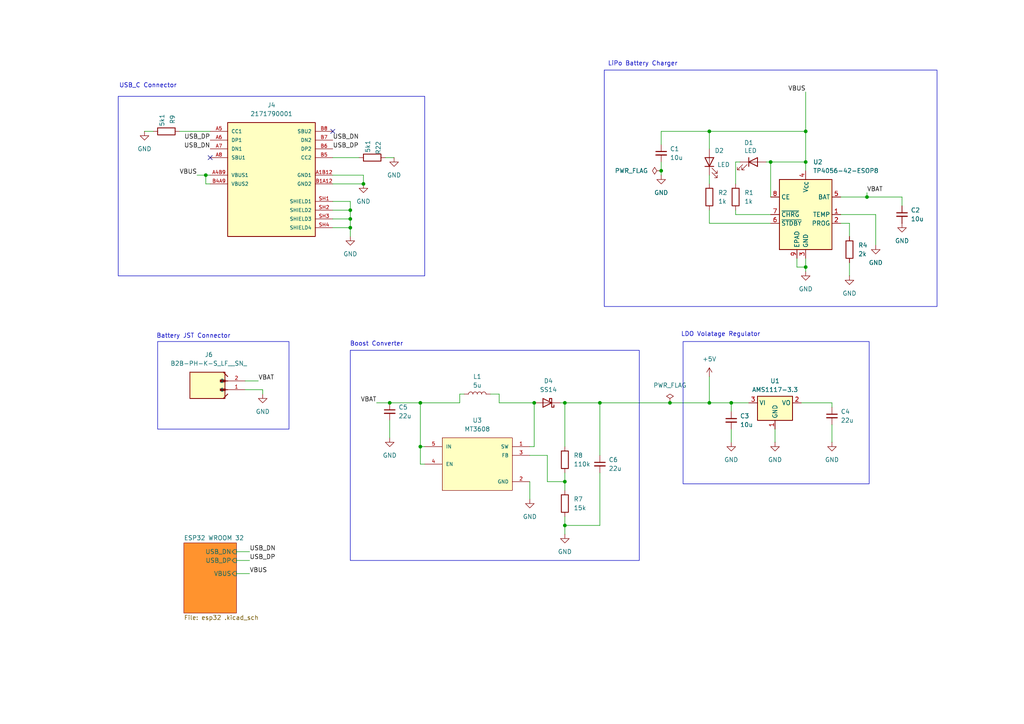
<source format=kicad_sch>
(kicad_sch
	(version 20250114)
	(generator "eeschema")
	(generator_version "9.0")
	(uuid "df6ad5dc-fb60-4574-99a3-512a4620b9c5")
	(paper "A4")
	(lib_symbols
		(symbol "Battery_Management:TP4056-42-ESOP8"
			(exclude_from_sim no)
			(in_bom yes)
			(on_board yes)
			(property "Reference" "U"
				(at -6.604 11.684 0)
				(effects
					(font
						(size 1.27 1.27)
					)
				)
			)
			(property "Value" "TP4056-42-ESOP8"
				(at 10.16 11.684 0)
				(effects
					(font
						(size 1.27 1.27)
					)
				)
			)
			(property "Footprint" "Package_SO:SOIC-8-1EP_3.9x4.9mm_P1.27mm_EP2.41x3.3mm_ThermalVias"
				(at 0.508 -22.86 0)
				(effects
					(font
						(size 1.27 1.27)
					)
					(hide yes)
				)
			)
			(property "Datasheet" "https://www.lcsc.com/datasheet/lcsc_datasheet_2410121619_TOPPOWER-Nanjing-Extension-Microelectronics-TP4056-42-ESOP8_C16581.pdf"
				(at 0 -25.4 0)
				(effects
					(font
						(size 1.27 1.27)
					)
					(hide yes)
				)
			)
			(property "Description" "1A Standalone Linear Li-ion/LiPo single-cell battery charger, 4.2V ±1% charge voltage, VCC = 4.0..8.0V, SOIC-8 (SOP-8)"
				(at 0.508 -20.32 0)
				(effects
					(font
						(size 1.27 1.27)
					)
					(hide yes)
				)
			)
			(property "ki_keywords" "lithium-ion lithium-polymer Li-Poly"
				(at 0 0 0)
				(effects
					(font
						(size 1.27 1.27)
					)
					(hide yes)
				)
			)
			(property "ki_fp_filters" "*SO*3.9x4.*P1.27mm*EP2.4*x3.3*mm*"
				(at 0 0 0)
				(effects
					(font
						(size 1.27 1.27)
					)
					(hide yes)
				)
			)
			(symbol "TP4056-42-ESOP8_1_0"
				(pin input line
					(at -10.16 5.08 0)
					(length 2.54)
					(name "CE"
						(effects
							(font
								(size 1.27 1.27)
							)
						)
					)
					(number "8"
						(effects
							(font
								(size 1.27 1.27)
							)
						)
					)
				)
				(pin open_collector line
					(at -10.16 0 0)
					(length 2.54)
					(name "~{CHRG}"
						(effects
							(font
								(size 1.27 1.27)
							)
						)
					)
					(number "7"
						(effects
							(font
								(size 1.27 1.27)
							)
						)
					)
				)
				(pin open_collector line
					(at -10.16 -2.54 0)
					(length 2.54)
					(name "~{STDBY}"
						(effects
							(font
								(size 1.27 1.27)
							)
						)
					)
					(number "6"
						(effects
							(font
								(size 1.27 1.27)
							)
						)
					)
				)
				(pin passive line
					(at -2.54 -12.7 90)
					(length 2.54)
					(name "EPAD"
						(effects
							(font
								(size 1.27 1.27)
							)
						)
					)
					(number "9"
						(effects
							(font
								(size 1.27 1.27)
							)
						)
					)
				)
				(pin power_in line
					(at 0 12.7 270)
					(length 2.54)
					(name "V_{CC}"
						(effects
							(font
								(size 1.27 1.27)
							)
						)
					)
					(number "4"
						(effects
							(font
								(size 1.27 1.27)
							)
						)
					)
				)
				(pin power_in line
					(at 0 -12.7 90)
					(length 2.54)
					(name "GND"
						(effects
							(font
								(size 1.27 1.27)
							)
						)
					)
					(number "3"
						(effects
							(font
								(size 1.27 1.27)
							)
						)
					)
				)
				(pin power_out line
					(at 10.16 5.08 180)
					(length 2.54)
					(name "BAT"
						(effects
							(font
								(size 1.27 1.27)
							)
						)
					)
					(number "5"
						(effects
							(font
								(size 1.27 1.27)
							)
						)
					)
				)
				(pin input line
					(at 10.16 0 180)
					(length 2.54)
					(name "TEMP"
						(effects
							(font
								(size 1.27 1.27)
							)
						)
					)
					(number "1"
						(effects
							(font
								(size 1.27 1.27)
							)
						)
					)
				)
				(pin passive line
					(at 10.16 -2.54 180)
					(length 2.54)
					(name "PROG"
						(effects
							(font
								(size 1.27 1.27)
							)
						)
					)
					(number "2"
						(effects
							(font
								(size 1.27 1.27)
							)
						)
					)
				)
			)
			(symbol "TP4056-42-ESOP8_1_1"
				(rectangle
					(start -7.62 10.16)
					(end 7.62 -10.16)
					(stroke
						(width 0.254)
						(type default)
					)
					(fill
						(type background)
					)
				)
			)
			(embedded_fonts no)
		)
		(symbol "Device:C_Small"
			(pin_numbers
				(hide yes)
			)
			(pin_names
				(offset 0.254)
				(hide yes)
			)
			(exclude_from_sim no)
			(in_bom yes)
			(on_board yes)
			(property "Reference" "C"
				(at 0.254 1.778 0)
				(effects
					(font
						(size 1.27 1.27)
					)
					(justify left)
				)
			)
			(property "Value" "C_Small"
				(at 0.254 -2.032 0)
				(effects
					(font
						(size 1.27 1.27)
					)
					(justify left)
				)
			)
			(property "Footprint" ""
				(at 0 0 0)
				(effects
					(font
						(size 1.27 1.27)
					)
					(hide yes)
				)
			)
			(property "Datasheet" "~"
				(at 0 0 0)
				(effects
					(font
						(size 1.27 1.27)
					)
					(hide yes)
				)
			)
			(property "Description" "Unpolarized capacitor, small symbol"
				(at 0 0 0)
				(effects
					(font
						(size 1.27 1.27)
					)
					(hide yes)
				)
			)
			(property "ki_keywords" "capacitor cap"
				(at 0 0 0)
				(effects
					(font
						(size 1.27 1.27)
					)
					(hide yes)
				)
			)
			(property "ki_fp_filters" "C_*"
				(at 0 0 0)
				(effects
					(font
						(size 1.27 1.27)
					)
					(hide yes)
				)
			)
			(symbol "C_Small_0_1"
				(polyline
					(pts
						(xy -1.524 0.508) (xy 1.524 0.508)
					)
					(stroke
						(width 0.3048)
						(type default)
					)
					(fill
						(type none)
					)
				)
				(polyline
					(pts
						(xy -1.524 -0.508) (xy 1.524 -0.508)
					)
					(stroke
						(width 0.3302)
						(type default)
					)
					(fill
						(type none)
					)
				)
			)
			(symbol "C_Small_1_1"
				(pin passive line
					(at 0 2.54 270)
					(length 2.032)
					(name "~"
						(effects
							(font
								(size 1.27 1.27)
							)
						)
					)
					(number "1"
						(effects
							(font
								(size 1.27 1.27)
							)
						)
					)
				)
				(pin passive line
					(at 0 -2.54 90)
					(length 2.032)
					(name "~"
						(effects
							(font
								(size 1.27 1.27)
							)
						)
					)
					(number "2"
						(effects
							(font
								(size 1.27 1.27)
							)
						)
					)
				)
			)
			(embedded_fonts no)
		)
		(symbol "Device:L"
			(pin_numbers
				(hide yes)
			)
			(pin_names
				(offset 1.016)
				(hide yes)
			)
			(exclude_from_sim no)
			(in_bom yes)
			(on_board yes)
			(property "Reference" "L"
				(at -1.27 0 90)
				(effects
					(font
						(size 1.27 1.27)
					)
				)
			)
			(property "Value" "L"
				(at 1.905 0 90)
				(effects
					(font
						(size 1.27 1.27)
					)
				)
			)
			(property "Footprint" ""
				(at 0 0 0)
				(effects
					(font
						(size 1.27 1.27)
					)
					(hide yes)
				)
			)
			(property "Datasheet" "~"
				(at 0 0 0)
				(effects
					(font
						(size 1.27 1.27)
					)
					(hide yes)
				)
			)
			(property "Description" "Inductor"
				(at 0 0 0)
				(effects
					(font
						(size 1.27 1.27)
					)
					(hide yes)
				)
			)
			(property "ki_keywords" "inductor choke coil reactor magnetic"
				(at 0 0 0)
				(effects
					(font
						(size 1.27 1.27)
					)
					(hide yes)
				)
			)
			(property "ki_fp_filters" "Choke_* *Coil* Inductor_* L_*"
				(at 0 0 0)
				(effects
					(font
						(size 1.27 1.27)
					)
					(hide yes)
				)
			)
			(symbol "L_0_1"
				(arc
					(start 0 2.54)
					(mid 0.6323 1.905)
					(end 0 1.27)
					(stroke
						(width 0)
						(type default)
					)
					(fill
						(type none)
					)
				)
				(arc
					(start 0 1.27)
					(mid 0.6323 0.635)
					(end 0 0)
					(stroke
						(width 0)
						(type default)
					)
					(fill
						(type none)
					)
				)
				(arc
					(start 0 0)
					(mid 0.6323 -0.635)
					(end 0 -1.27)
					(stroke
						(width 0)
						(type default)
					)
					(fill
						(type none)
					)
				)
				(arc
					(start 0 -1.27)
					(mid 0.6323 -1.905)
					(end 0 -2.54)
					(stroke
						(width 0)
						(type default)
					)
					(fill
						(type none)
					)
				)
			)
			(symbol "L_1_1"
				(pin passive line
					(at 0 3.81 270)
					(length 1.27)
					(name "1"
						(effects
							(font
								(size 1.27 1.27)
							)
						)
					)
					(number "1"
						(effects
							(font
								(size 1.27 1.27)
							)
						)
					)
				)
				(pin passive line
					(at 0 -3.81 90)
					(length 1.27)
					(name "2"
						(effects
							(font
								(size 1.27 1.27)
							)
						)
					)
					(number "2"
						(effects
							(font
								(size 1.27 1.27)
							)
						)
					)
				)
			)
			(embedded_fonts no)
		)
		(symbol "Device:LED"
			(pin_numbers
				(hide yes)
			)
			(pin_names
				(offset 1.016)
				(hide yes)
			)
			(exclude_from_sim no)
			(in_bom yes)
			(on_board yes)
			(property "Reference" "D"
				(at 0 2.54 0)
				(effects
					(font
						(size 1.27 1.27)
					)
				)
			)
			(property "Value" "LED"
				(at 0 -2.54 0)
				(effects
					(font
						(size 1.27 1.27)
					)
				)
			)
			(property "Footprint" ""
				(at 0 0 0)
				(effects
					(font
						(size 1.27 1.27)
					)
					(hide yes)
				)
			)
			(property "Datasheet" "~"
				(at 0 0 0)
				(effects
					(font
						(size 1.27 1.27)
					)
					(hide yes)
				)
			)
			(property "Description" "Light emitting diode"
				(at 0 0 0)
				(effects
					(font
						(size 1.27 1.27)
					)
					(hide yes)
				)
			)
			(property "Sim.Pins" "1=K 2=A"
				(at 0 0 0)
				(effects
					(font
						(size 1.27 1.27)
					)
					(hide yes)
				)
			)
			(property "ki_keywords" "LED diode"
				(at 0 0 0)
				(effects
					(font
						(size 1.27 1.27)
					)
					(hide yes)
				)
			)
			(property "ki_fp_filters" "LED* LED_SMD:* LED_THT:*"
				(at 0 0 0)
				(effects
					(font
						(size 1.27 1.27)
					)
					(hide yes)
				)
			)
			(symbol "LED_0_1"
				(polyline
					(pts
						(xy -3.048 -0.762) (xy -4.572 -2.286) (xy -3.81 -2.286) (xy -4.572 -2.286) (xy -4.572 -1.524)
					)
					(stroke
						(width 0)
						(type default)
					)
					(fill
						(type none)
					)
				)
				(polyline
					(pts
						(xy -1.778 -0.762) (xy -3.302 -2.286) (xy -2.54 -2.286) (xy -3.302 -2.286) (xy -3.302 -1.524)
					)
					(stroke
						(width 0)
						(type default)
					)
					(fill
						(type none)
					)
				)
				(polyline
					(pts
						(xy -1.27 0) (xy 1.27 0)
					)
					(stroke
						(width 0)
						(type default)
					)
					(fill
						(type none)
					)
				)
				(polyline
					(pts
						(xy -1.27 -1.27) (xy -1.27 1.27)
					)
					(stroke
						(width 0.254)
						(type default)
					)
					(fill
						(type none)
					)
				)
				(polyline
					(pts
						(xy 1.27 -1.27) (xy 1.27 1.27) (xy -1.27 0) (xy 1.27 -1.27)
					)
					(stroke
						(width 0.254)
						(type default)
					)
					(fill
						(type none)
					)
				)
			)
			(symbol "LED_1_1"
				(pin passive line
					(at -3.81 0 0)
					(length 2.54)
					(name "K"
						(effects
							(font
								(size 1.27 1.27)
							)
						)
					)
					(number "1"
						(effects
							(font
								(size 1.27 1.27)
							)
						)
					)
				)
				(pin passive line
					(at 3.81 0 180)
					(length 2.54)
					(name "A"
						(effects
							(font
								(size 1.27 1.27)
							)
						)
					)
					(number "2"
						(effects
							(font
								(size 1.27 1.27)
							)
						)
					)
				)
			)
			(embedded_fonts no)
		)
		(symbol "Device:R"
			(pin_numbers
				(hide yes)
			)
			(pin_names
				(offset 0)
			)
			(exclude_from_sim no)
			(in_bom yes)
			(on_board yes)
			(property "Reference" "R"
				(at 2.032 0 90)
				(effects
					(font
						(size 1.27 1.27)
					)
				)
			)
			(property "Value" "R"
				(at 0 0 90)
				(effects
					(font
						(size 1.27 1.27)
					)
				)
			)
			(property "Footprint" ""
				(at -1.778 0 90)
				(effects
					(font
						(size 1.27 1.27)
					)
					(hide yes)
				)
			)
			(property "Datasheet" "~"
				(at 0 0 0)
				(effects
					(font
						(size 1.27 1.27)
					)
					(hide yes)
				)
			)
			(property "Description" "Resistor"
				(at 0 0 0)
				(effects
					(font
						(size 1.27 1.27)
					)
					(hide yes)
				)
			)
			(property "ki_keywords" "R res resistor"
				(at 0 0 0)
				(effects
					(font
						(size 1.27 1.27)
					)
					(hide yes)
				)
			)
			(property "ki_fp_filters" "R_*"
				(at 0 0 0)
				(effects
					(font
						(size 1.27 1.27)
					)
					(hide yes)
				)
			)
			(symbol "R_0_1"
				(rectangle
					(start -1.016 -2.54)
					(end 1.016 2.54)
					(stroke
						(width 0.254)
						(type default)
					)
					(fill
						(type none)
					)
				)
			)
			(symbol "R_1_1"
				(pin passive line
					(at 0 3.81 270)
					(length 1.27)
					(name "~"
						(effects
							(font
								(size 1.27 1.27)
							)
						)
					)
					(number "1"
						(effects
							(font
								(size 1.27 1.27)
							)
						)
					)
				)
				(pin passive line
					(at 0 -3.81 90)
					(length 1.27)
					(name "~"
						(effects
							(font
								(size 1.27 1.27)
							)
						)
					)
					(number "2"
						(effects
							(font
								(size 1.27 1.27)
							)
						)
					)
				)
			)
			(embedded_fonts no)
		)
		(symbol "Diode:SS14"
			(pin_numbers
				(hide yes)
			)
			(pin_names
				(offset 1.016)
				(hide yes)
			)
			(exclude_from_sim no)
			(in_bom yes)
			(on_board yes)
			(property "Reference" "D"
				(at 0 2.54 0)
				(effects
					(font
						(size 1.27 1.27)
					)
				)
			)
			(property "Value" "SS14"
				(at 0 -2.54 0)
				(effects
					(font
						(size 1.27 1.27)
					)
				)
			)
			(property "Footprint" "Diode_SMD:D_SMA"
				(at 0 -4.445 0)
				(effects
					(font
						(size 1.27 1.27)
					)
					(hide yes)
				)
			)
			(property "Datasheet" "https://www.vishay.com/docs/88746/ss12.pdf"
				(at 0 0 0)
				(effects
					(font
						(size 1.27 1.27)
					)
					(hide yes)
				)
			)
			(property "Description" "40V 1A Schottky Diode, SMA"
				(at 0 0 0)
				(effects
					(font
						(size 1.27 1.27)
					)
					(hide yes)
				)
			)
			(property "ki_keywords" "diode Schottky"
				(at 0 0 0)
				(effects
					(font
						(size 1.27 1.27)
					)
					(hide yes)
				)
			)
			(property "ki_fp_filters" "D*SMA*"
				(at 0 0 0)
				(effects
					(font
						(size 1.27 1.27)
					)
					(hide yes)
				)
			)
			(symbol "SS14_0_1"
				(polyline
					(pts
						(xy -1.905 0.635) (xy -1.905 1.27) (xy -1.27 1.27) (xy -1.27 -1.27) (xy -0.635 -1.27) (xy -0.635 -0.635)
					)
					(stroke
						(width 0.254)
						(type default)
					)
					(fill
						(type none)
					)
				)
				(polyline
					(pts
						(xy 1.27 1.27) (xy 1.27 -1.27) (xy -1.27 0) (xy 1.27 1.27)
					)
					(stroke
						(width 0.254)
						(type default)
					)
					(fill
						(type none)
					)
				)
				(polyline
					(pts
						(xy 1.27 0) (xy -1.27 0)
					)
					(stroke
						(width 0)
						(type default)
					)
					(fill
						(type none)
					)
				)
			)
			(symbol "SS14_1_1"
				(pin passive line
					(at -3.81 0 0)
					(length 2.54)
					(name "K"
						(effects
							(font
								(size 1.27 1.27)
							)
						)
					)
					(number "1"
						(effects
							(font
								(size 1.27 1.27)
							)
						)
					)
				)
				(pin passive line
					(at 3.81 0 180)
					(length 2.54)
					(name "A"
						(effects
							(font
								(size 1.27 1.27)
							)
						)
					)
					(number "2"
						(effects
							(font
								(size 1.27 1.27)
							)
						)
					)
				)
			)
			(embedded_fonts no)
		)
		(symbol "New_Library7:B2B-PH-K-S_LF__SN_"
			(pin_names
				(offset 1.016)
			)
			(exclude_from_sim no)
			(in_bom yes)
			(on_board yes)
			(property "Reference" "J"
				(at -5.58 5.08 0)
				(effects
					(font
						(size 1.27 1.27)
					)
					(justify left bottom)
				)
			)
			(property "Value" "B2B-PH-K-S_LF__SN_"
				(at -5.08 -5.08 0)
				(effects
					(font
						(size 1.27 1.27)
					)
					(justify left bottom)
				)
			)
			(property "Footprint" "B2B-PH-K-S_LF__SN_:JST_B2B-PH-K-S_LF__SN_"
				(at 0 0 0)
				(effects
					(font
						(size 1.27 1.27)
					)
					(justify bottom)
					(hide yes)
				)
			)
			(property "Datasheet" ""
				(at 0 0 0)
				(effects
					(font
						(size 1.27 1.27)
					)
					(hide yes)
				)
			)
			(property "Description" ""
				(at 0 0 0)
				(effects
					(font
						(size 1.27 1.27)
					)
					(hide yes)
				)
			)
			(property "MF" "JST"
				(at 0 0 0)
				(effects
					(font
						(size 1.27 1.27)
					)
					(justify bottom)
					(hide yes)
				)
			)
			(property "Description_1" "Connector Header Through Hole 2 position 0.079 (2.00mm)"
				(at 0 0 0)
				(effects
					(font
						(size 1.27 1.27)
					)
					(justify bottom)
					(hide yes)
				)
			)
			(property "Package" "None"
				(at 0 0 0)
				(effects
					(font
						(size 1.27 1.27)
					)
					(justify bottom)
					(hide yes)
				)
			)
			(property "Price" "None"
				(at 0 0 0)
				(effects
					(font
						(size 1.27 1.27)
					)
					(justify bottom)
					(hide yes)
				)
			)
			(property "Check_prices" "https://www.snapeda.com/parts/B2B-PH-K-S%20(LF)(SN)/JST/view-part/?ref=eda"
				(at 0 0 0)
				(effects
					(font
						(size 1.27 1.27)
					)
					(justify bottom)
					(hide yes)
				)
			)
			(property "SnapEDA_Link" "https://www.snapeda.com/parts/B2B-PH-K-S%20(LF)(SN)/JST/view-part/?ref=snap"
				(at 0 0 0)
				(effects
					(font
						(size 1.27 1.27)
					)
					(justify bottom)
					(hide yes)
				)
			)
			(property "MP" "B2B-PH-K-S (LF)(SN)"
				(at 0 0 0)
				(effects
					(font
						(size 1.27 1.27)
					)
					(justify bottom)
					(hide yes)
				)
			)
			(property "Availability" "In Stock"
				(at 0 0 0)
				(effects
					(font
						(size 1.27 1.27)
					)
					(justify bottom)
					(hide yes)
				)
			)
			(property "MANUFACTURER" "JST"
				(at 0 0 0)
				(effects
					(font
						(size 1.27 1.27)
					)
					(justify bottom)
					(hide yes)
				)
			)
			(symbol "B2B-PH-K-S_LF__SN__0_0"
				(polyline
					(pts
						(xy -5.08 3.81) (xy -3.81 5.08)
					)
					(stroke
						(width 0.254)
						(type default)
					)
					(fill
						(type none)
					)
				)
				(polyline
					(pts
						(xy -5.08 2.54) (xy -3.175 2.54)
					)
					(stroke
						(width 0.254)
						(type default)
					)
					(fill
						(type none)
					)
				)
				(polyline
					(pts
						(xy -5.08 0) (xy -3.175 0)
					)
					(stroke
						(width 0.254)
						(type default)
					)
					(fill
						(type none)
					)
				)
				(polyline
					(pts
						(xy -5.08 -1.27) (xy -3.81 -2.54)
					)
					(stroke
						(width 0.254)
						(type default)
					)
					(fill
						(type none)
					)
				)
				(rectangle
					(start -4.445 2.2225)
					(end -2.8575 2.8575)
					(stroke
						(width 0.1)
						(type default)
					)
					(fill
						(type outline)
					)
				)
				(rectangle
					(start -4.445 -0.3175)
					(end -2.8575 0.3175)
					(stroke
						(width 0.1)
						(type default)
					)
					(fill
						(type outline)
					)
				)
				(rectangle
					(start -4.2863 -2.54)
					(end 5.8738 5.08)
					(stroke
						(width 0.254)
						(type default)
					)
					(fill
						(type background)
					)
				)
				(pin passive line
					(at -10.16 2.54 0)
					(length 5.08)
					(name "1"
						(effects
							(font
								(size 1.016 1.016)
							)
						)
					)
					(number "1"
						(effects
							(font
								(size 1.016 1.016)
							)
						)
					)
				)
				(pin passive line
					(at -10.16 0 0)
					(length 5.08)
					(name "2"
						(effects
							(font
								(size 1.016 1.016)
							)
						)
					)
					(number "2"
						(effects
							(font
								(size 1.016 1.016)
							)
						)
					)
				)
			)
			(embedded_fonts no)
		)
		(symbol "New_Library_1:MT3608"
			(pin_names
				(offset 1.016)
			)
			(exclude_from_sim no)
			(in_bom yes)
			(on_board yes)
			(property "Reference" "U"
				(at -10.16 10.16 0)
				(effects
					(font
						(size 1.27 1.27)
					)
					(justify left bottom)
				)
			)
			(property "Value" "MT3608"
				(at -10.16 -12.7 0)
				(effects
					(font
						(size 1.27 1.27)
					)
					(justify left bottom)
				)
			)
			(property "Footprint" "MT3608:SOT95P280X145-6N"
				(at 0 0 0)
				(effects
					(font
						(size 1.27 1.27)
					)
					(justify bottom)
					(hide yes)
				)
			)
			(property "Datasheet" ""
				(at 0 0 0)
				(effects
					(font
						(size 1.27 1.27)
					)
					(hide yes)
				)
			)
			(property "Description" ""
				(at 0 0 0)
				(effects
					(font
						(size 1.27 1.27)
					)
					(hide yes)
				)
			)
			(property "MF" "Aerosemi Technology Co., Ltd"
				(at 0 0 0)
				(effects
					(font
						(size 1.27 1.27)
					)
					(justify bottom)
					(hide yes)
				)
			)
			(property "MAXIMUM_PACKAGE_HEIGHT" "1.45mm"
				(at 0 0 0)
				(effects
					(font
						(size 1.27 1.27)
					)
					(justify bottom)
					(hide yes)
				)
			)
			(property "Package" "Package"
				(at 0 0 0)
				(effects
					(font
						(size 1.27 1.27)
					)
					(justify bottom)
					(hide yes)
				)
			)
			(property "Price" "None"
				(at 0 0 0)
				(effects
					(font
						(size 1.27 1.27)
					)
					(justify bottom)
					(hide yes)
				)
			)
			(property "Check_prices" "https://www.snapeda.com/parts/MT3608/Aerosemi+Technology+Co.%252C+Ltd/view-part/?ref=eda"
				(at 0 0 0)
				(effects
					(font
						(size 1.27 1.27)
					)
					(justify bottom)
					(hide yes)
				)
			)
			(property "STANDARD" "IPC-7351B"
				(at 0 0 0)
				(effects
					(font
						(size 1.27 1.27)
					)
					(justify bottom)
					(hide yes)
				)
			)
			(property "PARTREV" "1.0"
				(at 0 0 0)
				(effects
					(font
						(size 1.27 1.27)
					)
					(justify bottom)
					(hide yes)
				)
			)
			(property "SnapEDA_Link" "https://www.snapeda.com/parts/MT3608/Aerosemi+Technology+Co.%252C+Ltd/view-part/?ref=snap"
				(at 0 0 0)
				(effects
					(font
						(size 1.27 1.27)
					)
					(justify bottom)
					(hide yes)
				)
			)
			(property "MP" "MT3608"
				(at 0 0 0)
				(effects
					(font
						(size 1.27 1.27)
					)
					(justify bottom)
					(hide yes)
				)
			)
			(property "Description_1" "High Efficiency 1.2MHz\n2A Step Up Converter"
				(at 0 0 0)
				(effects
					(font
						(size 1.27 1.27)
					)
					(justify bottom)
					(hide yes)
				)
			)
			(property "Availability" "Not in stock"
				(at 0 0 0)
				(effects
					(font
						(size 1.27 1.27)
					)
					(justify bottom)
					(hide yes)
				)
			)
			(property "MANUFACTURER" "Aero Semi"
				(at 0 0 0)
				(effects
					(font
						(size 1.27 1.27)
					)
					(justify bottom)
					(hide yes)
				)
			)
			(symbol "MT3608_0_0"
				(rectangle
					(start -10.16 -7.62)
					(end 10.16 7.62)
					(stroke
						(width 0.1524)
						(type default)
					)
					(fill
						(type background)
					)
				)
				(pin input line
					(at -15.24 5.08 0)
					(length 5.08)
					(name "IN"
						(effects
							(font
								(size 1.016 1.016)
							)
						)
					)
					(number "5"
						(effects
							(font
								(size 1.016 1.016)
							)
						)
					)
				)
				(pin input line
					(at -15.24 0 0)
					(length 5.08)
					(name "EN"
						(effects
							(font
								(size 1.016 1.016)
							)
						)
					)
					(number "4"
						(effects
							(font
								(size 1.016 1.016)
							)
						)
					)
				)
				(pin output line
					(at 15.24 5.08 180)
					(length 5.08)
					(name "SW"
						(effects
							(font
								(size 1.016 1.016)
							)
						)
					)
					(number "1"
						(effects
							(font
								(size 1.016 1.016)
							)
						)
					)
				)
				(pin input line
					(at 15.24 2.54 180)
					(length 5.08)
					(name "FB"
						(effects
							(font
								(size 1.016 1.016)
							)
						)
					)
					(number "3"
						(effects
							(font
								(size 1.016 1.016)
							)
						)
					)
				)
				(pin power_in line
					(at 15.24 -5.08 180)
					(length 5.08)
					(name "GND"
						(effects
							(font
								(size 1.016 1.016)
							)
						)
					)
					(number "2"
						(effects
							(font
								(size 1.016 1.016)
							)
						)
					)
				)
			)
			(embedded_fonts no)
		)
		(symbol "New_Library_5:2171790001"
			(pin_names
				(offset 1.016)
			)
			(exclude_from_sim no)
			(in_bom yes)
			(on_board yes)
			(property "Reference" "J"
				(at -12.7 16.002 0)
				(effects
					(font
						(size 1.27 1.27)
					)
					(justify left bottom)
				)
			)
			(property "Value" "2171790001"
				(at -12.7 -18.542 0)
				(effects
					(font
						(size 1.27 1.27)
					)
					(justify left top)
				)
			)
			(property "Footprint" "2171790001:MOLEX_2171790001"
				(at 0 0 0)
				(effects
					(font
						(size 1.27 1.27)
					)
					(justify bottom)
					(hide yes)
				)
			)
			(property "Datasheet" ""
				(at 0 0 0)
				(effects
					(font
						(size 1.27 1.27)
					)
					(hide yes)
				)
			)
			(property "Description" ""
				(at 0 0 0)
				(effects
					(font
						(size 1.27 1.27)
					)
					(hide yes)
				)
			)
			(property "MF" "Molex"
				(at 0 0 0)
				(effects
					(font
						(size 1.27 1.27)
					)
					(justify bottom)
					(hide yes)
				)
			)
			(property "MAXIMUM_PACKAGE_HEIGHT" "3.16 mm"
				(at 0 0 0)
				(effects
					(font
						(size 1.27 1.27)
					)
					(justify bottom)
					(hide yes)
				)
			)
			(property "Package" "None"
				(at 0 0 0)
				(effects
					(font
						(size 1.27 1.27)
					)
					(justify bottom)
					(hide yes)
				)
			)
			(property "Price" "None"
				(at 0 0 0)
				(effects
					(font
						(size 1.27 1.27)
					)
					(justify bottom)
					(hide yes)
				)
			)
			(property "Check_prices" "https://www.snapeda.com/parts/2171790001/Molex/view-part/?ref=eda"
				(at 0 0 0)
				(effects
					(font
						(size 1.27 1.27)
					)
					(justify bottom)
					(hide yes)
				)
			)
			(property "STANDARD" "Manufacturer Recommendations"
				(at 0 0 0)
				(effects
					(font
						(size 1.27 1.27)
					)
					(justify bottom)
					(hide yes)
				)
			)
			(property "PARTREV" "A1"
				(at 0 0 0)
				(effects
					(font
						(size 1.27 1.27)
					)
					(justify bottom)
					(hide yes)
				)
			)
			(property "SnapEDA_Link" "https://www.snapeda.com/parts/2171790001/Molex/view-part/?ref=snap"
				(at 0 0 0)
				(effects
					(font
						(size 1.27 1.27)
					)
					(justify bottom)
					(hide yes)
				)
			)
			(property "MP" "2171790001"
				(at 0 0 0)
				(effects
					(font
						(size 1.27 1.27)
					)
					(justify bottom)
					(hide yes)
				)
			)
			(property "Description_1" "Universal Serial Bus (USB) Shielded I/O Receptacle, Type C, Right-Angle, Surface Mount, Top Mount, Single Row, 16 Circuits, Gold (Au) Plating"
				(at 0 0 0)
				(effects
					(font
						(size 1.27 1.27)
					)
					(justify bottom)
					(hide yes)
				)
			)
			(property "Availability" "In Stock"
				(at 0 0 0)
				(effects
					(font
						(size 1.27 1.27)
					)
					(justify bottom)
					(hide yes)
				)
			)
			(property "MANUFACTURER" "Molex"
				(at 0 0 0)
				(effects
					(font
						(size 1.27 1.27)
					)
					(justify bottom)
					(hide yes)
				)
			)
			(symbol "2171790001_0_0"
				(rectangle
					(start -12.7 -17.78)
					(end 12.7 15.24)
					(stroke
						(width 0.254)
						(type default)
					)
					(fill
						(type background)
					)
				)
				(pin bidirectional line
					(at -17.78 12.7 0)
					(length 5.08)
					(name "CC1"
						(effects
							(font
								(size 1.016 1.016)
							)
						)
					)
					(number "A5"
						(effects
							(font
								(size 1.016 1.016)
							)
						)
					)
				)
				(pin bidirectional line
					(at -17.78 10.16 0)
					(length 5.08)
					(name "DP1"
						(effects
							(font
								(size 1.016 1.016)
							)
						)
					)
					(number "A6"
						(effects
							(font
								(size 1.016 1.016)
							)
						)
					)
				)
				(pin bidirectional line
					(at -17.78 7.62 0)
					(length 5.08)
					(name "DN1"
						(effects
							(font
								(size 1.016 1.016)
							)
						)
					)
					(number "A7"
						(effects
							(font
								(size 1.016 1.016)
							)
						)
					)
				)
				(pin bidirectional line
					(at -17.78 5.08 0)
					(length 5.08)
					(name "SBU1"
						(effects
							(font
								(size 1.016 1.016)
							)
						)
					)
					(number "A8"
						(effects
							(font
								(size 1.016 1.016)
							)
						)
					)
				)
				(pin power_in line
					(at -17.78 0 0)
					(length 5.08)
					(name "VBUS1"
						(effects
							(font
								(size 1.016 1.016)
							)
						)
					)
					(number "A4B9"
						(effects
							(font
								(size 1.016 1.016)
							)
						)
					)
				)
				(pin power_in line
					(at -17.78 -2.54 0)
					(length 5.08)
					(name "VBUS2"
						(effects
							(font
								(size 1.016 1.016)
							)
						)
					)
					(number "B4A9"
						(effects
							(font
								(size 1.016 1.016)
							)
						)
					)
				)
				(pin bidirectional line
					(at 17.78 12.7 180)
					(length 5.08)
					(name "SBU2"
						(effects
							(font
								(size 1.016 1.016)
							)
						)
					)
					(number "B8"
						(effects
							(font
								(size 1.016 1.016)
							)
						)
					)
				)
				(pin bidirectional line
					(at 17.78 10.16 180)
					(length 5.08)
					(name "DN2"
						(effects
							(font
								(size 1.016 1.016)
							)
						)
					)
					(number "B7"
						(effects
							(font
								(size 1.016 1.016)
							)
						)
					)
				)
				(pin bidirectional line
					(at 17.78 7.62 180)
					(length 5.08)
					(name "DP2"
						(effects
							(font
								(size 1.016 1.016)
							)
						)
					)
					(number "B6"
						(effects
							(font
								(size 1.016 1.016)
							)
						)
					)
				)
				(pin bidirectional line
					(at 17.78 5.08 180)
					(length 5.08)
					(name "CC2"
						(effects
							(font
								(size 1.016 1.016)
							)
						)
					)
					(number "B5"
						(effects
							(font
								(size 1.016 1.016)
							)
						)
					)
				)
				(pin power_in line
					(at 17.78 0 180)
					(length 5.08)
					(name "GND1"
						(effects
							(font
								(size 1.016 1.016)
							)
						)
					)
					(number "A1B12"
						(effects
							(font
								(size 1.016 1.016)
							)
						)
					)
				)
				(pin power_in line
					(at 17.78 -2.54 180)
					(length 5.08)
					(name "GND2"
						(effects
							(font
								(size 1.016 1.016)
							)
						)
					)
					(number "B1A12"
						(effects
							(font
								(size 1.016 1.016)
							)
						)
					)
				)
				(pin passive line
					(at 17.78 -7.62 180)
					(length 5.08)
					(name "SHIELD1"
						(effects
							(font
								(size 1.016 1.016)
							)
						)
					)
					(number "SH1"
						(effects
							(font
								(size 1.016 1.016)
							)
						)
					)
				)
				(pin passive line
					(at 17.78 -10.16 180)
					(length 5.08)
					(name "SHIELD2"
						(effects
							(font
								(size 1.016 1.016)
							)
						)
					)
					(number "SH2"
						(effects
							(font
								(size 1.016 1.016)
							)
						)
					)
				)
				(pin passive line
					(at 17.78 -12.7 180)
					(length 5.08)
					(name "SHIELD3"
						(effects
							(font
								(size 1.016 1.016)
							)
						)
					)
					(number "SH3"
						(effects
							(font
								(size 1.016 1.016)
							)
						)
					)
				)
				(pin passive line
					(at 17.78 -15.24 180)
					(length 5.08)
					(name "SHIELD4"
						(effects
							(font
								(size 1.016 1.016)
							)
						)
					)
					(number "SH4"
						(effects
							(font
								(size 1.016 1.016)
							)
						)
					)
				)
			)
			(embedded_fonts no)
		)
		(symbol "Regulator_Linear:AMS1117-3.3"
			(exclude_from_sim no)
			(in_bom yes)
			(on_board yes)
			(property "Reference" "U"
				(at -3.81 3.175 0)
				(effects
					(font
						(size 1.27 1.27)
					)
				)
			)
			(property "Value" "AMS1117-3.3"
				(at 0 3.175 0)
				(effects
					(font
						(size 1.27 1.27)
					)
					(justify left)
				)
			)
			(property "Footprint" "Package_TO_SOT_SMD:SOT-223-3_TabPin2"
				(at 0 5.08 0)
				(effects
					(font
						(size 1.27 1.27)
					)
					(hide yes)
				)
			)
			(property "Datasheet" "http://www.advanced-monolithic.com/pdf/ds1117.pdf"
				(at 2.54 -6.35 0)
				(effects
					(font
						(size 1.27 1.27)
					)
					(hide yes)
				)
			)
			(property "Description" "1A Low Dropout regulator, positive, 3.3V fixed output, SOT-223"
				(at 0 0 0)
				(effects
					(font
						(size 1.27 1.27)
					)
					(hide yes)
				)
			)
			(property "ki_keywords" "linear regulator ldo fixed positive"
				(at 0 0 0)
				(effects
					(font
						(size 1.27 1.27)
					)
					(hide yes)
				)
			)
			(property "ki_fp_filters" "SOT?223*TabPin2*"
				(at 0 0 0)
				(effects
					(font
						(size 1.27 1.27)
					)
					(hide yes)
				)
			)
			(symbol "AMS1117-3.3_0_1"
				(rectangle
					(start -5.08 -5.08)
					(end 5.08 1.905)
					(stroke
						(width 0.254)
						(type default)
					)
					(fill
						(type background)
					)
				)
			)
			(symbol "AMS1117-3.3_1_1"
				(pin power_in line
					(at -7.62 0 0)
					(length 2.54)
					(name "VI"
						(effects
							(font
								(size 1.27 1.27)
							)
						)
					)
					(number "3"
						(effects
							(font
								(size 1.27 1.27)
							)
						)
					)
				)
				(pin power_in line
					(at 0 -7.62 90)
					(length 2.54)
					(name "GND"
						(effects
							(font
								(size 1.27 1.27)
							)
						)
					)
					(number "1"
						(effects
							(font
								(size 1.27 1.27)
							)
						)
					)
				)
				(pin power_out line
					(at 7.62 0 180)
					(length 2.54)
					(name "VO"
						(effects
							(font
								(size 1.27 1.27)
							)
						)
					)
					(number "2"
						(effects
							(font
								(size 1.27 1.27)
							)
						)
					)
				)
			)
			(embedded_fonts no)
		)
		(symbol "power:+5V"
			(power)
			(pin_numbers
				(hide yes)
			)
			(pin_names
				(offset 0)
				(hide yes)
			)
			(exclude_from_sim no)
			(in_bom yes)
			(on_board yes)
			(property "Reference" "#PWR"
				(at 0 -3.81 0)
				(effects
					(font
						(size 1.27 1.27)
					)
					(hide yes)
				)
			)
			(property "Value" "+5V"
				(at 0 3.556 0)
				(effects
					(font
						(size 1.27 1.27)
					)
				)
			)
			(property "Footprint" ""
				(at 0 0 0)
				(effects
					(font
						(size 1.27 1.27)
					)
					(hide yes)
				)
			)
			(property "Datasheet" ""
				(at 0 0 0)
				(effects
					(font
						(size 1.27 1.27)
					)
					(hide yes)
				)
			)
			(property "Description" "Power symbol creates a global label with name \"+5V\""
				(at 0 0 0)
				(effects
					(font
						(size 1.27 1.27)
					)
					(hide yes)
				)
			)
			(property "ki_keywords" "global power"
				(at 0 0 0)
				(effects
					(font
						(size 1.27 1.27)
					)
					(hide yes)
				)
			)
			(symbol "+5V_0_1"
				(polyline
					(pts
						(xy -0.762 1.27) (xy 0 2.54)
					)
					(stroke
						(width 0)
						(type default)
					)
					(fill
						(type none)
					)
				)
				(polyline
					(pts
						(xy 0 2.54) (xy 0.762 1.27)
					)
					(stroke
						(width 0)
						(type default)
					)
					(fill
						(type none)
					)
				)
				(polyline
					(pts
						(xy 0 0) (xy 0 2.54)
					)
					(stroke
						(width 0)
						(type default)
					)
					(fill
						(type none)
					)
				)
			)
			(symbol "+5V_1_1"
				(pin power_in line
					(at 0 0 90)
					(length 0)
					(name "~"
						(effects
							(font
								(size 1.27 1.27)
							)
						)
					)
					(number "1"
						(effects
							(font
								(size 1.27 1.27)
							)
						)
					)
				)
			)
			(embedded_fonts no)
		)
		(symbol "power:GND"
			(power)
			(pin_numbers
				(hide yes)
			)
			(pin_names
				(offset 0)
				(hide yes)
			)
			(exclude_from_sim no)
			(in_bom yes)
			(on_board yes)
			(property "Reference" "#PWR"
				(at 0 -6.35 0)
				(effects
					(font
						(size 1.27 1.27)
					)
					(hide yes)
				)
			)
			(property "Value" "GND"
				(at 0 -3.81 0)
				(effects
					(font
						(size 1.27 1.27)
					)
				)
			)
			(property "Footprint" ""
				(at 0 0 0)
				(effects
					(font
						(size 1.27 1.27)
					)
					(hide yes)
				)
			)
			(property "Datasheet" ""
				(at 0 0 0)
				(effects
					(font
						(size 1.27 1.27)
					)
					(hide yes)
				)
			)
			(property "Description" "Power symbol creates a global label with name \"GND\" , ground"
				(at 0 0 0)
				(effects
					(font
						(size 1.27 1.27)
					)
					(hide yes)
				)
			)
			(property "ki_keywords" "global power"
				(at 0 0 0)
				(effects
					(font
						(size 1.27 1.27)
					)
					(hide yes)
				)
			)
			(symbol "GND_0_1"
				(polyline
					(pts
						(xy 0 0) (xy 0 -1.27) (xy 1.27 -1.27) (xy 0 -2.54) (xy -1.27 -1.27) (xy 0 -1.27)
					)
					(stroke
						(width 0)
						(type default)
					)
					(fill
						(type none)
					)
				)
			)
			(symbol "GND_1_1"
				(pin power_in line
					(at 0 0 270)
					(length 0)
					(name "~"
						(effects
							(font
								(size 1.27 1.27)
							)
						)
					)
					(number "1"
						(effects
							(font
								(size 1.27 1.27)
							)
						)
					)
				)
			)
			(embedded_fonts no)
		)
		(symbol "power:PWR_FLAG"
			(power)
			(pin_numbers
				(hide yes)
			)
			(pin_names
				(offset 0)
				(hide yes)
			)
			(exclude_from_sim no)
			(in_bom yes)
			(on_board yes)
			(property "Reference" "#FLG"
				(at 0 1.905 0)
				(effects
					(font
						(size 1.27 1.27)
					)
					(hide yes)
				)
			)
			(property "Value" "PWR_FLAG"
				(at 0 3.81 0)
				(effects
					(font
						(size 1.27 1.27)
					)
				)
			)
			(property "Footprint" ""
				(at 0 0 0)
				(effects
					(font
						(size 1.27 1.27)
					)
					(hide yes)
				)
			)
			(property "Datasheet" "~"
				(at 0 0 0)
				(effects
					(font
						(size 1.27 1.27)
					)
					(hide yes)
				)
			)
			(property "Description" "Special symbol for telling ERC where power comes from"
				(at 0 0 0)
				(effects
					(font
						(size 1.27 1.27)
					)
					(hide yes)
				)
			)
			(property "ki_keywords" "flag power"
				(at 0 0 0)
				(effects
					(font
						(size 1.27 1.27)
					)
					(hide yes)
				)
			)
			(symbol "PWR_FLAG_0_0"
				(pin power_out line
					(at 0 0 90)
					(length 0)
					(name "~"
						(effects
							(font
								(size 1.27 1.27)
							)
						)
					)
					(number "1"
						(effects
							(font
								(size 1.27 1.27)
							)
						)
					)
				)
			)
			(symbol "PWR_FLAG_0_1"
				(polyline
					(pts
						(xy 0 0) (xy 0 1.27) (xy -1.016 1.905) (xy 0 2.54) (xy 1.016 1.905) (xy 0 1.27)
					)
					(stroke
						(width 0)
						(type default)
					)
					(fill
						(type none)
					)
				)
			)
			(embedded_fonts no)
		)
	)
	(rectangle
		(start 34.29 27.94)
		(end 123.19 80.01)
		(stroke
			(width 0)
			(type default)
		)
		(fill
			(type none)
		)
		(uuid 16e22763-cf4c-47af-9732-0f4d16bb5314)
	)
	(rectangle
		(start 45.72 99.06)
		(end 83.82 124.46)
		(stroke
			(width 0)
			(type default)
		)
		(fill
			(type none)
		)
		(uuid 2b5254ca-9ee3-42cc-badf-50da6ea2ff63)
	)
	(rectangle
		(start 101.6 101.6)
		(end 185.42 162.56)
		(stroke
			(width 0)
			(type default)
		)
		(fill
			(type none)
		)
		(uuid 53fcd5c6-71f5-4a3f-a48c-c3454a9f3ac1)
	)
	(rectangle
		(start 198.12 99.06)
		(end 252.095 140.335)
		(stroke
			(width 0)
			(type default)
		)
		(fill
			(type none)
		)
		(uuid 5623dbb2-d38e-48f0-a1dd-beb77c51eb9c)
	)
	(rectangle
		(start 175.26 20.32)
		(end 271.78 88.9)
		(stroke
			(width 0)
			(type default)
		)
		(fill
			(type none)
		)
		(uuid e86cc7ba-39d0-4491-8209-5fd279d13980)
	)
	(text "USB_C Connector"
		(exclude_from_sim no)
		(at 42.926 24.892 0)
		(effects
			(font
				(size 1.27 1.27)
			)
		)
		(uuid "05ced68d-e1f3-4c0d-87f1-ef5de9943d9c")
	)
	(text "LDO Volatage Regulator"
		(exclude_from_sim no)
		(at 209.042 97.028 0)
		(effects
			(font
				(size 1.27 1.27)
			)
		)
		(uuid "05d4accc-9904-4a91-9d69-e0003ab34245")
	)
	(text "Boost Converter"
		(exclude_from_sim no)
		(at 109.22 99.822 0)
		(effects
			(font
				(size 1.27 1.27)
			)
		)
		(uuid "3e6e7441-18b5-4d11-887c-dff9d0f8cf68")
	)
	(text "LiPo Battery Charger"
		(exclude_from_sim no)
		(at 186.436 18.542 0)
		(effects
			(font
				(size 1.27 1.27)
			)
		)
		(uuid "622b338e-bcf8-4eed-919f-29969ab74fef")
	)
	(text "Battery JST Connector"
		(exclude_from_sim no)
		(at 56.134 97.536 0)
		(effects
			(font
				(size 1.27 1.27)
			)
		)
		(uuid "b98a31b9-73de-402d-80ae-0cab1551b86c")
	)
	(junction
		(at 154.94 116.84)
		(diameter 0)
		(color 0 0 0 0)
		(uuid "0b7036a7-8c23-460d-84b4-26aa9e0375d1")
	)
	(junction
		(at 173.99 116.84)
		(diameter 0)
		(color 0 0 0 0)
		(uuid "111590b1-caf5-4a12-9a58-9d1f6d4db792")
	)
	(junction
		(at 251.46 57.15)
		(diameter 0)
		(color 0 0 0 0)
		(uuid "128dde84-aca5-4eef-ad86-eb3fa589cf93")
	)
	(junction
		(at 105.41 53.34)
		(diameter 0)
		(color 0 0 0 0)
		(uuid "14a4ae10-c3b1-4c39-a3e1-d670a03c1fbb")
	)
	(junction
		(at 113.03 116.84)
		(diameter 0)
		(color 0 0 0 0)
		(uuid "42575e1d-f08e-4c5f-904c-17d397b7b6fc")
	)
	(junction
		(at 205.74 116.84)
		(diameter 0)
		(color 0 0 0 0)
		(uuid "5737b51f-a8bb-4604-84f9-f356275fff0c")
	)
	(junction
		(at 121.92 116.84)
		(diameter 0)
		(color 0 0 0 0)
		(uuid "58f92774-ffdd-4c1f-8a0b-21a5ed49f981")
	)
	(junction
		(at 163.83 152.4)
		(diameter 0)
		(color 0 0 0 0)
		(uuid "65055508-9bef-4f41-84d8-eca4409cc0bf")
	)
	(junction
		(at 233.68 46.99)
		(diameter 0)
		(color 0 0 0 0)
		(uuid "6d31fb34-f35c-404c-9527-e2fe212577b7")
	)
	(junction
		(at 101.6 60.96)
		(diameter 0)
		(color 0 0 0 0)
		(uuid "717ee109-cc2e-4ee1-9dbe-bb5ada88afa5")
	)
	(junction
		(at 212.09 116.84)
		(diameter 0)
		(color 0 0 0 0)
		(uuid "8cc39760-5a3c-4227-b96a-6590b719a079")
	)
	(junction
		(at 233.68 77.47)
		(diameter 0)
		(color 0 0 0 0)
		(uuid "93502bc6-ddb1-4c70-8c51-aa2041131bb5")
	)
	(junction
		(at 233.68 38.1)
		(diameter 0)
		(color 0 0 0 0)
		(uuid "98a90ec7-bc58-4eb0-b24c-cb29a31d78f5")
	)
	(junction
		(at 163.83 116.84)
		(diameter 0)
		(color 0 0 0 0)
		(uuid "996dfd96-1e7f-4157-99d0-f9696a00c8e3")
	)
	(junction
		(at 191.77 49.53)
		(diameter 0)
		(color 0 0 0 0)
		(uuid "9ac0a5d3-86ce-464f-9442-530e3504094a")
	)
	(junction
		(at 205.74 38.1)
		(diameter 0)
		(color 0 0 0 0)
		(uuid "9b0457e2-6a27-4029-afe4-b11ef37eceb3")
	)
	(junction
		(at 223.52 46.99)
		(diameter 0)
		(color 0 0 0 0)
		(uuid "b3d49eb2-651a-44ea-927d-1d1c52c02fbd")
	)
	(junction
		(at 101.6 66.04)
		(diameter 0)
		(color 0 0 0 0)
		(uuid "c234fbb8-c41c-4863-a297-b1429330f96b")
	)
	(junction
		(at 101.6 63.5)
		(diameter 0)
		(color 0 0 0 0)
		(uuid "d6a86fbc-88b3-4e47-a525-7c2f0a76e1c8")
	)
	(junction
		(at 121.92 129.54)
		(diameter 0)
		(color 0 0 0 0)
		(uuid "e1b44a36-1248-4489-a36c-105f5c4a4339")
	)
	(junction
		(at 163.83 139.7)
		(diameter 0)
		(color 0 0 0 0)
		(uuid "f6a71e9d-f223-4491-9f32-c4c9ffeeb171")
	)
	(junction
		(at 194.31 116.84)
		(diameter 0)
		(color 0 0 0 0)
		(uuid "fa4ae00f-f70d-4dc4-9ec8-b71f77e65ad9")
	)
	(junction
		(at 59.69 50.8)
		(diameter 0)
		(color 0 0 0 0)
		(uuid "feb9c212-2183-4cc5-b0f1-8721e0154256")
	)
	(no_connect
		(at 96.52 38.1)
		(uuid "6945ab69-8444-4d76-b075-0a40cde00d52")
	)
	(no_connect
		(at 60.96 45.72)
		(uuid "7f640805-59cc-4bb4-bfd7-859d1229f8f9")
	)
	(wire
		(pts
			(xy 213.36 60.96) (xy 213.36 62.23)
		)
		(stroke
			(width 0)
			(type default)
		)
		(uuid "00a51ddd-7cd5-4fb5-9d90-e7cda472dc1d")
	)
	(wire
		(pts
			(xy 241.3 123.19) (xy 241.3 128.27)
		)
		(stroke
			(width 0)
			(type default)
		)
		(uuid "05c09a75-9bba-484d-bd09-1665babf440b")
	)
	(wire
		(pts
			(xy 173.99 137.16) (xy 173.99 152.4)
		)
		(stroke
			(width 0)
			(type default)
		)
		(uuid "09651e63-a0e3-4d2e-a2b4-df0770c8fdb6")
	)
	(wire
		(pts
			(xy 241.3 118.11) (xy 241.3 116.84)
		)
		(stroke
			(width 0)
			(type default)
		)
		(uuid "0bdedd12-7299-41df-892f-82f19198904e")
	)
	(wire
		(pts
			(xy 144.78 116.84) (xy 154.94 116.84)
		)
		(stroke
			(width 0)
			(type default)
		)
		(uuid "10c0d709-738b-4586-8757-efa5db0ebbfd")
	)
	(wire
		(pts
			(xy 153.67 129.54) (xy 154.94 129.54)
		)
		(stroke
			(width 0)
			(type default)
		)
		(uuid "118db9cf-c3a5-4ba3-b0c6-341385550687")
	)
	(wire
		(pts
			(xy 173.99 116.84) (xy 173.99 132.08)
		)
		(stroke
			(width 0)
			(type default)
		)
		(uuid "12a547f6-31da-4dd7-92bb-de4827921cc8")
	)
	(wire
		(pts
			(xy 144.78 114.3) (xy 144.78 116.84)
		)
		(stroke
			(width 0)
			(type default)
		)
		(uuid "13c96a00-9b28-4720-8c00-c6c88ef93a56")
	)
	(wire
		(pts
			(xy 233.68 77.47) (xy 233.68 78.74)
		)
		(stroke
			(width 0)
			(type default)
		)
		(uuid "15c6057c-5b1f-4162-9bde-cefef675cb20")
	)
	(wire
		(pts
			(xy 153.67 132.08) (xy 158.75 132.08)
		)
		(stroke
			(width 0)
			(type default)
		)
		(uuid "1ef67ea3-29fa-4b5c-8033-03d95120f9f2")
	)
	(wire
		(pts
			(xy 121.92 134.62) (xy 121.92 129.54)
		)
		(stroke
			(width 0)
			(type default)
		)
		(uuid "20ae9d26-ddce-4404-9a2f-76c41b06f02d")
	)
	(wire
		(pts
			(xy 205.74 116.84) (xy 212.09 116.84)
		)
		(stroke
			(width 0)
			(type default)
		)
		(uuid "28220716-c70e-4a0e-a633-687bfbe69202")
	)
	(wire
		(pts
			(xy 158.75 139.7) (xy 163.83 139.7)
		)
		(stroke
			(width 0)
			(type default)
		)
		(uuid "2901cc5f-3718-4a00-a696-867356ae6384")
	)
	(wire
		(pts
			(xy 68.58 162.56) (xy 72.39 162.56)
		)
		(stroke
			(width 0)
			(type default)
		)
		(uuid "2908de4e-b6b8-42e2-9c93-a5055aa26427")
	)
	(wire
		(pts
			(xy 60.96 53.34) (xy 59.69 53.34)
		)
		(stroke
			(width 0)
			(type default)
		)
		(uuid "293134f7-37bf-4b4e-a4f5-b38e9b2f2ff2")
	)
	(wire
		(pts
			(xy 121.92 116.84) (xy 113.03 116.84)
		)
		(stroke
			(width 0)
			(type default)
		)
		(uuid "336b02a5-074c-4605-9c9d-b2c9701faadc")
	)
	(wire
		(pts
			(xy 223.52 46.99) (xy 233.68 46.99)
		)
		(stroke
			(width 0)
			(type default)
		)
		(uuid "341958a7-5a7e-4332-b763-f92637267df6")
	)
	(wire
		(pts
			(xy 205.74 43.18) (xy 205.74 38.1)
		)
		(stroke
			(width 0)
			(type default)
		)
		(uuid "34f9a7f7-b347-49c3-bb4a-64274cabd181")
	)
	(wire
		(pts
			(xy 52.07 38.1) (xy 60.96 38.1)
		)
		(stroke
			(width 0)
			(type default)
		)
		(uuid "3a7a9f94-64ff-4cf3-bf76-20871cc95dc5")
	)
	(wire
		(pts
			(xy 96.52 50.8) (xy 105.41 50.8)
		)
		(stroke
			(width 0)
			(type default)
		)
		(uuid "3ceb5169-35b0-49f9-9725-a62bb4db0cb7")
	)
	(wire
		(pts
			(xy 233.68 26.67) (xy 233.68 38.1)
		)
		(stroke
			(width 0)
			(type default)
		)
		(uuid "4088c723-8bc0-4faf-a6d1-daaafb113669")
	)
	(wire
		(pts
			(xy 142.24 114.3) (xy 144.78 114.3)
		)
		(stroke
			(width 0)
			(type default)
		)
		(uuid "43037195-a702-4e29-ae6e-edc12db12acc")
	)
	(wire
		(pts
			(xy 121.92 116.84) (xy 121.92 129.54)
		)
		(stroke
			(width 0)
			(type default)
		)
		(uuid "446711e6-a615-4c22-9e87-e6ef66d313d3")
	)
	(wire
		(pts
			(xy 233.68 38.1) (xy 233.68 46.99)
		)
		(stroke
			(width 0)
			(type default)
		)
		(uuid "4bfaedc2-922d-412f-8ec6-fb7ca7378e50")
	)
	(wire
		(pts
			(xy 133.35 114.3) (xy 133.35 116.84)
		)
		(stroke
			(width 0)
			(type default)
		)
		(uuid "4d2ecec2-5c56-40f7-986f-c6580619d0d1")
	)
	(wire
		(pts
			(xy 213.36 62.23) (xy 223.52 62.23)
		)
		(stroke
			(width 0)
			(type default)
		)
		(uuid "515baf67-8deb-452a-93c1-230f6b8a14c6")
	)
	(wire
		(pts
			(xy 163.83 116.84) (xy 173.99 116.84)
		)
		(stroke
			(width 0)
			(type default)
		)
		(uuid "52a634f4-9132-4228-b50c-707aa59cc2c7")
	)
	(wire
		(pts
			(xy 243.84 57.15) (xy 251.46 57.15)
		)
		(stroke
			(width 0)
			(type default)
		)
		(uuid "52f27ebb-35b1-461f-bfd9-021d61868042")
	)
	(wire
		(pts
			(xy 205.74 38.1) (xy 233.68 38.1)
		)
		(stroke
			(width 0)
			(type default)
		)
		(uuid "53008b77-a2c4-4931-ae0a-824f151ad32e")
	)
	(wire
		(pts
			(xy 205.74 109.22) (xy 205.74 116.84)
		)
		(stroke
			(width 0)
			(type default)
		)
		(uuid "540b8450-11e5-4a58-b32b-7881ef3d5d8f")
	)
	(wire
		(pts
			(xy 71.12 113.03) (xy 76.2 113.03)
		)
		(stroke
			(width 0)
			(type default)
		)
		(uuid "58ab1ddf-5b99-4298-9703-280f913ad5f7")
	)
	(wire
		(pts
			(xy 243.84 62.23) (xy 254 62.23)
		)
		(stroke
			(width 0)
			(type default)
		)
		(uuid "5a93987e-91d3-4c32-9e76-7a7865defc41")
	)
	(wire
		(pts
			(xy 212.09 116.84) (xy 217.17 116.84)
		)
		(stroke
			(width 0)
			(type default)
		)
		(uuid "5bf44648-82e0-4923-9fc0-552c1849d4ad")
	)
	(wire
		(pts
			(xy 191.77 38.1) (xy 205.74 38.1)
		)
		(stroke
			(width 0)
			(type default)
		)
		(uuid "5df08799-20f1-4d65-b2dc-5727a5fb50ce")
	)
	(wire
		(pts
			(xy 254 62.23) (xy 254 71.12)
		)
		(stroke
			(width 0)
			(type default)
		)
		(uuid "65a2e51a-fea1-4c60-9058-6c4d1e7a2218")
	)
	(wire
		(pts
			(xy 191.77 49.53) (xy 191.77 50.8)
		)
		(stroke
			(width 0)
			(type default)
		)
		(uuid "72838235-63a6-4b23-af25-784b0633f88b")
	)
	(wire
		(pts
			(xy 109.22 116.84) (xy 113.03 116.84)
		)
		(stroke
			(width 0)
			(type default)
		)
		(uuid "72b12e2c-017d-4257-aa65-fcf3ecf56ca7")
	)
	(wire
		(pts
			(xy 214.63 46.99) (xy 213.36 46.99)
		)
		(stroke
			(width 0)
			(type default)
		)
		(uuid "7352608c-bbfa-4e99-8642-f8272ea9f715")
	)
	(wire
		(pts
			(xy 123.19 134.62) (xy 121.92 134.62)
		)
		(stroke
			(width 0)
			(type default)
		)
		(uuid "73a2cdb2-a18c-449e-8105-3272ea3d87c0")
	)
	(wire
		(pts
			(xy 163.83 137.16) (xy 163.83 139.7)
		)
		(stroke
			(width 0)
			(type default)
		)
		(uuid "73a96d47-5aa6-4dd3-a0c1-17bc9bc3f217")
	)
	(wire
		(pts
			(xy 111.76 45.72) (xy 114.3 45.72)
		)
		(stroke
			(width 0)
			(type default)
		)
		(uuid "73dc5f0e-09c5-4edb-b3fb-2e930dc10fea")
	)
	(wire
		(pts
			(xy 96.52 60.96) (xy 101.6 60.96)
		)
		(stroke
			(width 0)
			(type default)
		)
		(uuid "74ecb2f1-ea12-414b-9799-146fbce384d7")
	)
	(wire
		(pts
			(xy 153.67 139.7) (xy 153.67 144.78)
		)
		(stroke
			(width 0)
			(type default)
		)
		(uuid "753ce915-5803-4e30-bc17-86abf683073e")
	)
	(wire
		(pts
			(xy 96.52 66.04) (xy 101.6 66.04)
		)
		(stroke
			(width 0)
			(type default)
		)
		(uuid "7a3cca15-4fc0-4ebf-a5d1-11abe3aab855")
	)
	(wire
		(pts
			(xy 173.99 116.84) (xy 194.31 116.84)
		)
		(stroke
			(width 0)
			(type default)
		)
		(uuid "7a49ca6e-db5c-41ac-a8ff-97998987e219")
	)
	(wire
		(pts
			(xy 223.52 46.99) (xy 223.52 57.15)
		)
		(stroke
			(width 0)
			(type default)
		)
		(uuid "7d7c6189-dacf-4df2-b43e-bdc61852fd3a")
	)
	(wire
		(pts
			(xy 232.41 116.84) (xy 241.3 116.84)
		)
		(stroke
			(width 0)
			(type default)
		)
		(uuid "808e21e1-7404-465f-9d8b-84ca77c4e136")
	)
	(wire
		(pts
			(xy 205.74 50.8) (xy 205.74 53.34)
		)
		(stroke
			(width 0)
			(type default)
		)
		(uuid "83988226-39ad-45cd-b0cf-519a0906cacf")
	)
	(wire
		(pts
			(xy 231.14 74.93) (xy 231.14 77.47)
		)
		(stroke
			(width 0)
			(type default)
		)
		(uuid "83ca3f50-0e97-4754-b154-16062d26376d")
	)
	(wire
		(pts
			(xy 163.83 149.86) (xy 163.83 152.4)
		)
		(stroke
			(width 0)
			(type default)
		)
		(uuid "884bb734-bdcb-44f9-b642-4afbeaa503ab")
	)
	(wire
		(pts
			(xy 57.15 50.8) (xy 59.69 50.8)
		)
		(stroke
			(width 0)
			(type default)
		)
		(uuid "88fcc9c5-7791-458f-9547-577c68905c8f")
	)
	(wire
		(pts
			(xy 154.94 129.54) (xy 154.94 116.84)
		)
		(stroke
			(width 0)
			(type default)
		)
		(uuid "8db638e8-d93f-4e32-afb7-df8151662d1e")
	)
	(wire
		(pts
			(xy 224.79 124.46) (xy 224.79 128.27)
		)
		(stroke
			(width 0)
			(type default)
		)
		(uuid "90656b78-7abf-49d4-a2b7-999513485f51")
	)
	(wire
		(pts
			(xy 205.74 64.77) (xy 223.52 64.77)
		)
		(stroke
			(width 0)
			(type default)
		)
		(uuid "953e309c-fb33-4c8a-a897-9cf8dd47a8d3")
	)
	(wire
		(pts
			(xy 243.84 64.77) (xy 246.38 64.77)
		)
		(stroke
			(width 0)
			(type default)
		)
		(uuid "965ee78c-f18a-44cb-a396-488b3e1a2d57")
	)
	(wire
		(pts
			(xy 191.77 46.99) (xy 191.77 49.53)
		)
		(stroke
			(width 0)
			(type default)
		)
		(uuid "96797b74-d69b-46a8-9876-24d761ebff80")
	)
	(wire
		(pts
			(xy 163.83 116.84) (xy 163.83 129.54)
		)
		(stroke
			(width 0)
			(type default)
		)
		(uuid "990571b2-27c6-4427-a74d-5cea2f854017")
	)
	(wire
		(pts
			(xy 96.52 58.42) (xy 101.6 58.42)
		)
		(stroke
			(width 0)
			(type default)
		)
		(uuid "9978ecd1-e4b4-4aa0-aee5-399d0c6fc7b4")
	)
	(wire
		(pts
			(xy 101.6 60.96) (xy 101.6 63.5)
		)
		(stroke
			(width 0)
			(type default)
		)
		(uuid "9c284b63-6470-40e9-a826-21e124f1f41d")
	)
	(wire
		(pts
			(xy 76.2 113.03) (xy 76.2 114.3)
		)
		(stroke
			(width 0)
			(type default)
		)
		(uuid "9caa0dd6-3856-4a97-b5cc-3448460f5300")
	)
	(wire
		(pts
			(xy 68.58 166.37) (xy 72.39 166.37)
		)
		(stroke
			(width 0)
			(type default)
		)
		(uuid "9e437ca4-00b7-437f-89ea-924be075841c")
	)
	(wire
		(pts
			(xy 123.19 129.54) (xy 121.92 129.54)
		)
		(stroke
			(width 0)
			(type default)
		)
		(uuid "9e827f3a-1bc8-415a-98d3-f708c833f580")
	)
	(wire
		(pts
			(xy 59.69 50.8) (xy 60.96 50.8)
		)
		(stroke
			(width 0)
			(type default)
		)
		(uuid "a165f802-2b7e-491e-ab34-84446e1643ba")
	)
	(wire
		(pts
			(xy 133.35 114.3) (xy 134.62 114.3)
		)
		(stroke
			(width 0)
			(type default)
		)
		(uuid "a6b06162-af66-45ac-91c1-5d6ee901a7a4")
	)
	(wire
		(pts
			(xy 101.6 63.5) (xy 101.6 66.04)
		)
		(stroke
			(width 0)
			(type default)
		)
		(uuid "a8562056-af6e-4ba1-8bee-d13db6ad73a7")
	)
	(wire
		(pts
			(xy 173.99 152.4) (xy 163.83 152.4)
		)
		(stroke
			(width 0)
			(type default)
		)
		(uuid "a8de5415-10d1-4ea9-a2f3-2b1d1bdc68b4")
	)
	(wire
		(pts
			(xy 246.38 64.77) (xy 246.38 68.58)
		)
		(stroke
			(width 0)
			(type default)
		)
		(uuid "aadc35cf-c178-43df-a982-891615dc8525")
	)
	(wire
		(pts
			(xy 68.58 160.02) (xy 72.39 160.02)
		)
		(stroke
			(width 0)
			(type default)
		)
		(uuid "abc2c2a9-6d83-4599-8c32-5f9f35102a2b")
	)
	(wire
		(pts
			(xy 96.52 53.34) (xy 105.41 53.34)
		)
		(stroke
			(width 0)
			(type default)
		)
		(uuid "ae4e7a4b-fea3-46ed-8dde-928ffc8f0f2a")
	)
	(wire
		(pts
			(xy 101.6 58.42) (xy 101.6 60.96)
		)
		(stroke
			(width 0)
			(type default)
		)
		(uuid "b58a4667-6d44-4e2c-b807-025db0f7b482")
	)
	(wire
		(pts
			(xy 163.83 139.7) (xy 163.83 142.24)
		)
		(stroke
			(width 0)
			(type default)
		)
		(uuid "bc939069-1ab5-4ffe-9c8c-d51b786a5a06")
	)
	(wire
		(pts
			(xy 96.52 63.5) (xy 101.6 63.5)
		)
		(stroke
			(width 0)
			(type default)
		)
		(uuid "bfa12647-7c6e-4184-a5c4-eb8fd276440e")
	)
	(wire
		(pts
			(xy 133.35 116.84) (xy 121.92 116.84)
		)
		(stroke
			(width 0)
			(type default)
		)
		(uuid "ca54e196-89a2-4783-b8d4-c426a9037e46")
	)
	(wire
		(pts
			(xy 113.03 121.92) (xy 113.03 127)
		)
		(stroke
			(width 0)
			(type default)
		)
		(uuid "cb7292a5-4e5b-46a8-b53b-d14367589530")
	)
	(wire
		(pts
			(xy 212.09 116.84) (xy 212.09 119.38)
		)
		(stroke
			(width 0)
			(type default)
		)
		(uuid "cba01f58-2c3f-4034-b834-532f91bc2ef7")
	)
	(wire
		(pts
			(xy 101.6 66.04) (xy 101.6 68.58)
		)
		(stroke
			(width 0)
			(type default)
		)
		(uuid "cd4873d2-8c7c-4c07-a69d-bf55b89c5077")
	)
	(wire
		(pts
			(xy 158.75 132.08) (xy 158.75 139.7)
		)
		(stroke
			(width 0)
			(type default)
		)
		(uuid "d0632e40-42e6-4075-a974-a8d21a5f3352")
	)
	(wire
		(pts
			(xy 41.91 38.1) (xy 44.45 38.1)
		)
		(stroke
			(width 0)
			(type default)
		)
		(uuid "d0b83232-1013-4c1a-baca-0d239d687b6d")
	)
	(wire
		(pts
			(xy 191.77 41.91) (xy 191.77 38.1)
		)
		(stroke
			(width 0)
			(type default)
		)
		(uuid "d0cc6474-12b9-4adf-b4b5-64979aeb897b")
	)
	(wire
		(pts
			(xy 71.12 110.49) (xy 74.93 110.49)
		)
		(stroke
			(width 0)
			(type default)
		)
		(uuid "d6507632-fb73-48a5-8e16-bcc5b66e01ee")
	)
	(wire
		(pts
			(xy 162.56 116.84) (xy 163.83 116.84)
		)
		(stroke
			(width 0)
			(type default)
		)
		(uuid "d66232ce-f504-4b6c-b098-94bf61f5d280")
	)
	(wire
		(pts
			(xy 105.41 50.8) (xy 105.41 53.34)
		)
		(stroke
			(width 0)
			(type default)
		)
		(uuid "d6942204-4862-4716-b395-3c586e4e7f08")
	)
	(wire
		(pts
			(xy 59.69 53.34) (xy 59.69 50.8)
		)
		(stroke
			(width 0)
			(type default)
		)
		(uuid "dbe1f9c4-4518-441f-a48b-123c6d1ffc0b")
	)
	(wire
		(pts
			(xy 213.36 46.99) (xy 213.36 53.34)
		)
		(stroke
			(width 0)
			(type default)
		)
		(uuid "dd6faaae-5055-4630-9bad-ff7b147fc745")
	)
	(wire
		(pts
			(xy 212.09 124.46) (xy 212.09 128.27)
		)
		(stroke
			(width 0)
			(type default)
		)
		(uuid "dee28a09-3a13-4b52-9c91-b20c224c5426")
	)
	(wire
		(pts
			(xy 96.52 45.72) (xy 104.14 45.72)
		)
		(stroke
			(width 0)
			(type default)
		)
		(uuid "df7da869-92d2-41ae-948f-0fcafa686626")
	)
	(wire
		(pts
			(xy 251.46 55.88) (xy 251.46 57.15)
		)
		(stroke
			(width 0)
			(type default)
		)
		(uuid "df834a6f-7941-434d-8c88-efc53a37a118")
	)
	(wire
		(pts
			(xy 251.46 57.15) (xy 261.62 57.15)
		)
		(stroke
			(width 0)
			(type default)
		)
		(uuid "e17ddba6-142a-451d-adc0-48efcd228746")
	)
	(wire
		(pts
			(xy 233.68 74.93) (xy 233.68 77.47)
		)
		(stroke
			(width 0)
			(type default)
		)
		(uuid "e1d7c2e9-4cac-4496-b6d0-2cea4e99ab30")
	)
	(wire
		(pts
			(xy 246.38 76.2) (xy 246.38 80.01)
		)
		(stroke
			(width 0)
			(type default)
		)
		(uuid "e5897633-f228-420f-9621-9f1fae48a605")
	)
	(wire
		(pts
			(xy 194.31 116.84) (xy 205.74 116.84)
		)
		(stroke
			(width 0)
			(type default)
		)
		(uuid "eb90decc-db70-45a1-af01-f9a7f28be4bc")
	)
	(wire
		(pts
			(xy 163.83 152.4) (xy 163.83 154.94)
		)
		(stroke
			(width 0)
			(type default)
		)
		(uuid "f159a489-a231-4007-8447-fc29e684a449")
	)
	(wire
		(pts
			(xy 231.14 77.47) (xy 233.68 77.47)
		)
		(stroke
			(width 0)
			(type default)
		)
		(uuid "f32e2170-4aba-46e0-b84c-943cf93e99d7")
	)
	(wire
		(pts
			(xy 233.68 46.99) (xy 233.68 49.53)
		)
		(stroke
			(width 0)
			(type default)
		)
		(uuid "f5fefa52-5587-417c-ab13-d5b454c41688")
	)
	(wire
		(pts
			(xy 222.25 46.99) (xy 223.52 46.99)
		)
		(stroke
			(width 0)
			(type default)
		)
		(uuid "fb8a2f69-a8be-433d-bed2-ea766d78e76c")
	)
	(wire
		(pts
			(xy 261.62 57.15) (xy 261.62 59.69)
		)
		(stroke
			(width 0)
			(type default)
		)
		(uuid "fdad8af5-73ba-4a02-878a-4b4e3d5e4889")
	)
	(wire
		(pts
			(xy 205.74 60.96) (xy 205.74 64.77)
		)
		(stroke
			(width 0)
			(type default)
		)
		(uuid "ffb022b2-057e-4989-a394-d7ab258b43b4")
	)
	(label "USB_DP"
		(at 72.39 162.56 0)
		(effects
			(font
				(size 1.27 1.27)
			)
			(justify left bottom)
		)
		(uuid "0d505f09-a8ed-4f1d-afcf-5221a0092f53")
	)
	(label "VBUS"
		(at 57.15 50.8 180)
		(effects
			(font
				(size 1.27 1.27)
			)
			(justify right bottom)
		)
		(uuid "2ec72e1c-e031-4aa4-857b-4318bfd8d139")
	)
	(label "VBAT"
		(at 109.22 116.84 180)
		(effects
			(font
				(size 1.27 1.27)
			)
			(justify right bottom)
		)
		(uuid "456fd7fb-af71-4952-b1e3-b38b42d5e183")
	)
	(label "VBAT"
		(at 74.93 110.49 0)
		(effects
			(font
				(size 1.27 1.27)
			)
			(justify left bottom)
		)
		(uuid "478b3775-6e45-4125-a5d4-12b5acc7dc00")
	)
	(label "USB_DN"
		(at 72.39 160.02 0)
		(effects
			(font
				(size 1.27 1.27)
			)
			(justify left bottom)
		)
		(uuid "5c704eb1-d199-4690-a3ce-5b7b8d340b19")
	)
	(label "VBUS"
		(at 233.68 26.67 180)
		(effects
			(font
				(size 1.27 1.27)
			)
			(justify right bottom)
		)
		(uuid "82f71c0a-6aad-4fba-a0cf-8b89ac5ebef6")
	)
	(label "VBUS"
		(at 72.39 166.37 0)
		(effects
			(font
				(size 1.27 1.27)
			)
			(justify left bottom)
		)
		(uuid "97b8d9f8-dc0b-4305-aa41-7f46c6a40564")
	)
	(label "USB_DN"
		(at 96.52 40.64 0)
		(effects
			(font
				(size 1.27 1.27)
			)
			(justify left bottom)
		)
		(uuid "a7dfc79d-cb60-4a36-b07d-ecb32c24b052")
	)
	(label "USB_DP"
		(at 60.96 40.64 180)
		(effects
			(font
				(size 1.27 1.27)
			)
			(justify right bottom)
		)
		(uuid "c8aed26a-b566-4c37-baab-fb200b2804b9")
	)
	(label "USB_DN"
		(at 60.96 43.18 180)
		(effects
			(font
				(size 1.27 1.27)
			)
			(justify right bottom)
		)
		(uuid "ddc41a6b-33ed-4a50-9c1a-a5e7ceb7d3ed")
	)
	(label "VBAT"
		(at 251.46 55.88 0)
		(effects
			(font
				(size 1.27 1.27)
			)
			(justify left bottom)
		)
		(uuid "de926e58-0d0d-4625-ad0d-3b1013007ada")
	)
	(label "USB_DP"
		(at 96.52 43.18 0)
		(effects
			(font
				(size 1.27 1.27)
			)
			(justify left bottom)
		)
		(uuid "f79dd45d-3d5d-48f7-9692-8a6b42b1b80f")
	)
	(symbol
		(lib_id "power:GND")
		(at 246.38 80.01 0)
		(unit 1)
		(exclude_from_sim no)
		(in_bom yes)
		(on_board yes)
		(dnp no)
		(fields_autoplaced yes)
		(uuid "05ef6f34-f053-4567-9d92-6c525743a522")
		(property "Reference" "#PWR06"
			(at 246.38 86.36 0)
			(effects
				(font
					(size 1.27 1.27)
				)
				(hide yes)
			)
		)
		(property "Value" "GND"
			(at 246.38 85.09 0)
			(effects
				(font
					(size 1.27 1.27)
				)
			)
		)
		(property "Footprint" ""
			(at 246.38 80.01 0)
			(effects
				(font
					(size 1.27 1.27)
				)
				(hide yes)
			)
		)
		(property "Datasheet" ""
			(at 246.38 80.01 0)
			(effects
				(font
					(size 1.27 1.27)
				)
				(hide yes)
			)
		)
		(property "Description" "Power symbol creates a global label with name \"GND\" , ground"
			(at 246.38 80.01 0)
			(effects
				(font
					(size 1.27 1.27)
				)
				(hide yes)
			)
		)
		(pin "1"
			(uuid "b953a9d7-547d-4be4-b149-02a2f788bd88")
		)
		(instances
			(project "waterlevel project1"
				(path "/df6ad5dc-fb60-4574-99a3-512a4620b9c5"
					(reference "#PWR06")
					(unit 1)
				)
			)
		)
	)
	(symbol
		(lib_id "New_Library7:B2B-PH-K-S_LF__SN_")
		(at 60.96 110.49 180)
		(unit 1)
		(exclude_from_sim no)
		(in_bom yes)
		(on_board yes)
		(dnp no)
		(fields_autoplaced yes)
		(uuid "081cbf16-9e6c-4eb0-b5a7-0fa204fba28a")
		(property "Reference" "J6"
			(at 60.5631 102.87 0)
			(effects
				(font
					(size 1.27 1.27)
				)
			)
		)
		(property "Value" "B2B-PH-K-S_LF__SN_"
			(at 60.5631 105.41 0)
			(effects
				(font
					(size 1.27 1.27)
				)
			)
		)
		(property "Footprint" "NewLibrary6:JST_B2B-PH-K-S_LF__SN_"
			(at 60.96 110.49 0)
			(effects
				(font
					(size 1.27 1.27)
				)
				(justify bottom)
				(hide yes)
			)
		)
		(property "Datasheet" ""
			(at 60.96 110.49 0)
			(effects
				(font
					(size 1.27 1.27)
				)
				(hide yes)
			)
		)
		(property "Description" ""
			(at 60.96 110.49 0)
			(effects
				(font
					(size 1.27 1.27)
				)
				(hide yes)
			)
		)
		(property "MF" "JST"
			(at 60.96 110.49 0)
			(effects
				(font
					(size 1.27 1.27)
				)
				(justify bottom)
				(hide yes)
			)
		)
		(property "Description_1" "Connector Header Through Hole 2 position 0.079 (2.00mm)"
			(at 60.96 110.49 0)
			(effects
				(font
					(size 1.27 1.27)
				)
				(justify bottom)
				(hide yes)
			)
		)
		(property "Package" "None"
			(at 60.96 110.49 0)
			(effects
				(font
					(size 1.27 1.27)
				)
				(justify bottom)
				(hide yes)
			)
		)
		(property "Price" "None"
			(at 60.96 110.49 0)
			(effects
				(font
					(size 1.27 1.27)
				)
				(justify bottom)
				(hide yes)
			)
		)
		(property "Check_prices" "https://www.snapeda.com/parts/B2B-PH-K-S%20(LF)(SN)/JST/view-part/?ref=eda"
			(at 60.96 110.49 0)
			(effects
				(font
					(size 1.27 1.27)
				)
				(justify bottom)
				(hide yes)
			)
		)
		(property "SnapEDA_Link" "https://www.snapeda.com/parts/B2B-PH-K-S%20(LF)(SN)/JST/view-part/?ref=snap"
			(at 60.96 110.49 0)
			(effects
				(font
					(size 1.27 1.27)
				)
				(justify bottom)
				(hide yes)
			)
		)
		(property "MP" "B2B-PH-K-S (LF)(SN)"
			(at 60.96 110.49 0)
			(effects
				(font
					(size 1.27 1.27)
				)
				(justify bottom)
				(hide yes)
			)
		)
		(property "Availability" "In Stock"
			(at 60.96 110.49 0)
			(effects
				(font
					(size 1.27 1.27)
				)
				(justify bottom)
				(hide yes)
			)
		)
		(property "MANUFACTURER" "JST"
			(at 60.96 110.49 0)
			(effects
				(font
					(size 1.27 1.27)
				)
				(justify bottom)
				(hide yes)
			)
		)
		(pin "2"
			(uuid "d6eac656-2854-4cf7-ada5-702a1ec05297")
		)
		(pin "1"
			(uuid "5a470ffb-f61a-4485-a3f3-dd28c4f16dba")
		)
		(instances
			(project ""
				(path "/df6ad5dc-fb60-4574-99a3-512a4620b9c5"
					(reference "J6")
					(unit 1)
				)
			)
		)
	)
	(symbol
		(lib_id "Device:R")
		(at 205.74 57.15 0)
		(unit 1)
		(exclude_from_sim no)
		(in_bom yes)
		(on_board yes)
		(dnp no)
		(fields_autoplaced yes)
		(uuid "11b59b22-a0fb-4be0-9142-6138989e4e56")
		(property "Reference" "R2"
			(at 208.28 55.8799 0)
			(effects
				(font
					(size 1.27 1.27)
				)
				(justify left)
			)
		)
		(property "Value" "1k"
			(at 208.28 58.4199 0)
			(effects
				(font
					(size 1.27 1.27)
				)
				(justify left)
			)
		)
		(property "Footprint" "Resistor_SMD:R_0805_2012Metric"
			(at 203.962 57.15 90)
			(effects
				(font
					(size 1.27 1.27)
				)
				(hide yes)
			)
		)
		(property "Datasheet" "~"
			(at 205.74 57.15 0)
			(effects
				(font
					(size 1.27 1.27)
				)
				(hide yes)
			)
		)
		(property "Description" "Resistor"
			(at 205.74 57.15 0)
			(effects
				(font
					(size 1.27 1.27)
				)
				(hide yes)
			)
		)
		(pin "1"
			(uuid "26bab28f-ff91-4ab6-a3ae-5c099a4f6d51")
		)
		(pin "2"
			(uuid "2e848012-e429-42e5-8cd8-b5b90d4ed54e")
		)
		(instances
			(project "waterlevel project1"
				(path "/df6ad5dc-fb60-4574-99a3-512a4620b9c5"
					(reference "R2")
					(unit 1)
				)
			)
		)
	)
	(symbol
		(lib_id "Device:R")
		(at 48.26 38.1 270)
		(unit 1)
		(exclude_from_sim no)
		(in_bom yes)
		(on_board yes)
		(dnp no)
		(uuid "25cc2420-9d11-49dc-8867-2b9ad9bd8b02")
		(property "Reference" "R9"
			(at 50.038 33.274 0)
			(effects
				(font
					(size 1.27 1.27)
				)
				(justify left)
			)
		)
		(property "Value" "5k1"
			(at 46.99 33.02 0)
			(effects
				(font
					(size 1.27 1.27)
				)
				(justify left)
			)
		)
		(property "Footprint" "Resistor_SMD:R_0805_2012Metric"
			(at 48.26 36.322 90)
			(effects
				(font
					(size 1.27 1.27)
				)
				(hide yes)
			)
		)
		(property "Datasheet" "~"
			(at 48.26 38.1 0)
			(effects
				(font
					(size 1.27 1.27)
				)
				(hide yes)
			)
		)
		(property "Description" "Resistor"
			(at 48.26 38.1 0)
			(effects
				(font
					(size 1.27 1.27)
				)
				(hide yes)
			)
		)
		(pin "2"
			(uuid "4b81e68a-ff67-4221-8de1-7f96641ff3ec")
		)
		(pin "1"
			(uuid "a29bc7c6-7c24-4adb-8874-934098faf5d6")
		)
		(instances
			(project "waterlevel project1"
				(path "/df6ad5dc-fb60-4574-99a3-512a4620b9c5"
					(reference "R9")
					(unit 1)
				)
			)
		)
	)
	(symbol
		(lib_id "New_Library_1:MT3608")
		(at 138.43 134.62 0)
		(unit 1)
		(exclude_from_sim no)
		(in_bom yes)
		(on_board yes)
		(dnp no)
		(fields_autoplaced yes)
		(uuid "273ffac3-4320-4233-993c-fc3bc8a8afb8")
		(property "Reference" "U3"
			(at 138.43 121.92 0)
			(effects
				(font
					(size 1.27 1.27)
				)
			)
		)
		(property "Value" "MT3608"
			(at 138.43 124.46 0)
			(effects
				(font
					(size 1.27 1.27)
				)
			)
		)
		(property "Footprint" "New_Library1:SOT95P280X145-6N"
			(at 138.43 134.62 0)
			(effects
				(font
					(size 1.27 1.27)
				)
				(justify bottom)
				(hide yes)
			)
		)
		(property "Datasheet" ""
			(at 138.43 134.62 0)
			(effects
				(font
					(size 1.27 1.27)
				)
				(hide yes)
			)
		)
		(property "Description" ""
			(at 138.43 134.62 0)
			(effects
				(font
					(size 1.27 1.27)
				)
				(hide yes)
			)
		)
		(property "MF" "Aerosemi Technology Co., Ltd"
			(at 138.43 134.62 0)
			(effects
				(font
					(size 1.27 1.27)
				)
				(justify bottom)
				(hide yes)
			)
		)
		(property "MAXIMUM_PACKAGE_HEIGHT" "1.45mm"
			(at 138.43 134.62 0)
			(effects
				(font
					(size 1.27 1.27)
				)
				(justify bottom)
				(hide yes)
			)
		)
		(property "Package" "Package"
			(at 138.43 134.62 0)
			(effects
				(font
					(size 1.27 1.27)
				)
				(justify bottom)
				(hide yes)
			)
		)
		(property "Price" "None"
			(at 138.43 134.62 0)
			(effects
				(font
					(size 1.27 1.27)
				)
				(justify bottom)
				(hide yes)
			)
		)
		(property "Check_prices" "https://www.snapeda.com/parts/MT3608/Aerosemi+Technology+Co.%252C+Ltd/view-part/?ref=eda"
			(at 138.43 134.62 0)
			(effects
				(font
					(size 1.27 1.27)
				)
				(justify bottom)
				(hide yes)
			)
		)
		(property "STANDARD" "IPC-7351B"
			(at 138.43 134.62 0)
			(effects
				(font
					(size 1.27 1.27)
				)
				(justify bottom)
				(hide yes)
			)
		)
		(property "PARTREV" "1.0"
			(at 138.43 134.62 0)
			(effects
				(font
					(size 1.27 1.27)
				)
				(justify bottom)
				(hide yes)
			)
		)
		(property "SnapEDA_Link" "https://www.snapeda.com/parts/MT3608/Aerosemi+Technology+Co.%252C+Ltd/view-part/?ref=snap"
			(at 138.43 134.62 0)
			(effects
				(font
					(size 1.27 1.27)
				)
				(justify bottom)
				(hide yes)
			)
		)
		(property "MP" "MT3608"
			(at 138.43 134.62 0)
			(effects
				(font
					(size 1.27 1.27)
				)
				(justify bottom)
				(hide yes)
			)
		)
		(property "Description_1" "High Efficiency 1.2MHz\n2A Step Up Converter"
			(at 138.43 134.62 0)
			(effects
				(font
					(size 1.27 1.27)
				)
				(justify bottom)
				(hide yes)
			)
		)
		(property "Availability" "Not in stock"
			(at 138.43 134.62 0)
			(effects
				(font
					(size 1.27 1.27)
				)
				(justify bottom)
				(hide yes)
			)
		)
		(property "MANUFACTURER" "Aero Semi"
			(at 138.43 134.62 0)
			(effects
				(font
					(size 1.27 1.27)
				)
				(justify bottom)
				(hide yes)
			)
		)
		(pin "5"
			(uuid "02f8290f-15fb-4bb7-88e7-2b5a763e5d62")
		)
		(pin "3"
			(uuid "9333b016-5aa3-456d-ba9b-a38440328b8a")
		)
		(pin "4"
			(uuid "b165fdf4-48a4-4369-bcf9-fea4cf0394b6")
		)
		(pin "1"
			(uuid "ad5609cc-9817-436a-9db7-87226604524f")
		)
		(pin "2"
			(uuid "8f3f6695-82a8-401b-8396-bba0ced3e8cf")
		)
		(instances
			(project ""
				(path "/df6ad5dc-fb60-4574-99a3-512a4620b9c5"
					(reference "U3")
					(unit 1)
				)
			)
		)
	)
	(symbol
		(lib_id "power:GND")
		(at 105.41 53.34 0)
		(unit 1)
		(exclude_from_sim no)
		(in_bom yes)
		(on_board yes)
		(dnp no)
		(fields_autoplaced yes)
		(uuid "2903c55b-3cfe-47bd-9318-a78280e925d8")
		(property "Reference" "#PWR031"
			(at 105.41 59.69 0)
			(effects
				(font
					(size 1.27 1.27)
				)
				(hide yes)
			)
		)
		(property "Value" "GND"
			(at 105.41 58.42 0)
			(effects
				(font
					(size 1.27 1.27)
				)
			)
		)
		(property "Footprint" ""
			(at 105.41 53.34 0)
			(effects
				(font
					(size 1.27 1.27)
				)
				(hide yes)
			)
		)
		(property "Datasheet" ""
			(at 105.41 53.34 0)
			(effects
				(font
					(size 1.27 1.27)
				)
				(hide yes)
			)
		)
		(property "Description" "Power symbol creates a global label with name \"GND\" , ground"
			(at 105.41 53.34 0)
			(effects
				(font
					(size 1.27 1.27)
				)
				(hide yes)
			)
		)
		(pin "1"
			(uuid "a567b6fa-d6e5-4d94-80d8-d10d52dcece9")
		)
		(instances
			(project "waterlevel project1"
				(path "/df6ad5dc-fb60-4574-99a3-512a4620b9c5"
					(reference "#PWR031")
					(unit 1)
				)
			)
		)
	)
	(symbol
		(lib_id "Device:LED")
		(at 218.44 46.99 0)
		(unit 1)
		(exclude_from_sim no)
		(in_bom yes)
		(on_board yes)
		(dnp no)
		(uuid "354d407e-b868-4d29-92cc-6f2708affaea")
		(property "Reference" "D1"
			(at 217.17 41.402 0)
			(effects
				(font
					(size 1.27 1.27)
				)
			)
		)
		(property "Value" "LED"
			(at 217.678 43.688 0)
			(effects
				(font
					(size 1.27 1.27)
				)
			)
		)
		(property "Footprint" "LED_SMD:LED_0805_2012Metric"
			(at 218.44 46.99 0)
			(effects
				(font
					(size 1.27 1.27)
				)
				(hide yes)
			)
		)
		(property "Datasheet" "~"
			(at 218.44 46.99 0)
			(effects
				(font
					(size 1.27 1.27)
				)
				(hide yes)
			)
		)
		(property "Description" "Light emitting diode"
			(at 218.44 46.99 0)
			(effects
				(font
					(size 1.27 1.27)
				)
				(hide yes)
			)
		)
		(property "Sim.Pins" "1=K 2=A"
			(at 218.44 46.99 0)
			(effects
				(font
					(size 1.27 1.27)
				)
				(hide yes)
			)
		)
		(pin "2"
			(uuid "9a9d3cca-ee4b-43cb-bc4e-2a7163e7cbcb")
		)
		(pin "1"
			(uuid "17b16807-175a-4943-9eec-a6167ac92fe6")
		)
		(instances
			(project ""
				(path "/df6ad5dc-fb60-4574-99a3-512a4620b9c5"
					(reference "D1")
					(unit 1)
				)
			)
		)
	)
	(symbol
		(lib_id "power:PWR_FLAG")
		(at 194.31 116.84 0)
		(unit 1)
		(exclude_from_sim no)
		(in_bom yes)
		(on_board yes)
		(dnp no)
		(fields_autoplaced yes)
		(uuid "39751ecf-fc83-4ac4-a896-8e8fa32889db")
		(property "Reference" "#FLG02"
			(at 194.31 114.935 0)
			(effects
				(font
					(size 1.27 1.27)
				)
				(hide yes)
			)
		)
		(property "Value" "PWR_FLAG"
			(at 194.31 111.76 0)
			(effects
				(font
					(size 1.27 1.27)
				)
			)
		)
		(property "Footprint" ""
			(at 194.31 116.84 0)
			(effects
				(font
					(size 1.27 1.27)
				)
				(hide yes)
			)
		)
		(property "Datasheet" "~"
			(at 194.31 116.84 0)
			(effects
				(font
					(size 1.27 1.27)
				)
				(hide yes)
			)
		)
		(property "Description" "Special symbol for telling ERC where power comes from"
			(at 194.31 116.84 0)
			(effects
				(font
					(size 1.27 1.27)
				)
				(hide yes)
			)
		)
		(pin "1"
			(uuid "3d1e368a-2610-4337-9f3f-5c7da03d113c")
		)
		(instances
			(project ""
				(path "/df6ad5dc-fb60-4574-99a3-512a4620b9c5"
					(reference "#FLG02")
					(unit 1)
				)
			)
		)
	)
	(symbol
		(lib_id "power:GND")
		(at 76.2 114.3 0)
		(unit 1)
		(exclude_from_sim no)
		(in_bom yes)
		(on_board yes)
		(dnp no)
		(fields_autoplaced yes)
		(uuid "42b958cf-014f-4d9f-a906-d94c4d4e1307")
		(property "Reference" "#PWR017"
			(at 76.2 120.65 0)
			(effects
				(font
					(size 1.27 1.27)
				)
				(hide yes)
			)
		)
		(property "Value" "GND"
			(at 76.2 119.38 0)
			(effects
				(font
					(size 1.27 1.27)
				)
			)
		)
		(property "Footprint" ""
			(at 76.2 114.3 0)
			(effects
				(font
					(size 1.27 1.27)
				)
				(hide yes)
			)
		)
		(property "Datasheet" ""
			(at 76.2 114.3 0)
			(effects
				(font
					(size 1.27 1.27)
				)
				(hide yes)
			)
		)
		(property "Description" "Power symbol creates a global label with name \"GND\" , ground"
			(at 76.2 114.3 0)
			(effects
				(font
					(size 1.27 1.27)
				)
				(hide yes)
			)
		)
		(pin "1"
			(uuid "0747253e-5a28-4c93-8f38-197177286bab")
		)
		(instances
			(project "waterlevel project1"
				(path "/df6ad5dc-fb60-4574-99a3-512a4620b9c5"
					(reference "#PWR017")
					(unit 1)
				)
			)
		)
	)
	(symbol
		(lib_id "Device:C_Small")
		(at 173.99 134.62 0)
		(unit 1)
		(exclude_from_sim no)
		(in_bom yes)
		(on_board yes)
		(dnp no)
		(fields_autoplaced yes)
		(uuid "49b556fb-09b3-4b62-948d-ba05d4895ede")
		(property "Reference" "C6"
			(at 176.53 133.3562 0)
			(effects
				(font
					(size 1.27 1.27)
				)
				(justify left)
			)
		)
		(property "Value" "22u"
			(at 176.53 135.8962 0)
			(effects
				(font
					(size 1.27 1.27)
				)
				(justify left)
			)
		)
		(property "Footprint" "Capacitor_SMD:C_0805_2012Metric"
			(at 173.99 134.62 0)
			(effects
				(font
					(size 1.27 1.27)
				)
				(hide yes)
			)
		)
		(property "Datasheet" "~"
			(at 173.99 134.62 0)
			(effects
				(font
					(size 1.27 1.27)
				)
				(hide yes)
			)
		)
		(property "Description" "Unpolarized capacitor, small symbol"
			(at 173.99 134.62 0)
			(effects
				(font
					(size 1.27 1.27)
				)
				(hide yes)
			)
		)
		(pin "2"
			(uuid "e806123e-74c6-4461-b445-dd84f7f16ca5")
		)
		(pin "1"
			(uuid "e7b69728-6236-423b-9e2e-9d6f46b99d68")
		)
		(instances
			(project "waterlevel project1"
				(path "/df6ad5dc-fb60-4574-99a3-512a4620b9c5"
					(reference "C6")
					(unit 1)
				)
			)
		)
	)
	(symbol
		(lib_id "Device:C_Small")
		(at 113.03 119.38 0)
		(unit 1)
		(exclude_from_sim no)
		(in_bom yes)
		(on_board yes)
		(dnp no)
		(fields_autoplaced yes)
		(uuid "4aa3c12d-5588-4d1c-9e2e-1567fbe800aa")
		(property "Reference" "C5"
			(at 115.57 118.1162 0)
			(effects
				(font
					(size 1.27 1.27)
				)
				(justify left)
			)
		)
		(property "Value" "22u"
			(at 115.57 120.6562 0)
			(effects
				(font
					(size 1.27 1.27)
				)
				(justify left)
			)
		)
		(property "Footprint" "Capacitor_SMD:C_0805_2012Metric"
			(at 113.03 119.38 0)
			(effects
				(font
					(size 1.27 1.27)
				)
				(hide yes)
			)
		)
		(property "Datasheet" "~"
			(at 113.03 119.38 0)
			(effects
				(font
					(size 1.27 1.27)
				)
				(hide yes)
			)
		)
		(property "Description" "Unpolarized capacitor, small symbol"
			(at 113.03 119.38 0)
			(effects
				(font
					(size 1.27 1.27)
				)
				(hide yes)
			)
		)
		(pin "2"
			(uuid "ae84a59a-e024-4ed2-9823-35f44f37dbe0")
		)
		(pin "1"
			(uuid "3b8a2f26-0578-4dce-bbb9-db09f7c35009")
		)
		(instances
			(project ""
				(path "/df6ad5dc-fb60-4574-99a3-512a4620b9c5"
					(reference "C5")
					(unit 1)
				)
			)
		)
	)
	(symbol
		(lib_id "power:GND")
		(at 254 71.12 0)
		(unit 1)
		(exclude_from_sim no)
		(in_bom yes)
		(on_board yes)
		(dnp no)
		(fields_autoplaced yes)
		(uuid "51609600-08e1-4472-a036-ed1156d48e6d")
		(property "Reference" "#PWR02"
			(at 254 77.47 0)
			(effects
				(font
					(size 1.27 1.27)
				)
				(hide yes)
			)
		)
		(property "Value" "GND"
			(at 254 76.2 0)
			(effects
				(font
					(size 1.27 1.27)
				)
			)
		)
		(property "Footprint" ""
			(at 254 71.12 0)
			(effects
				(font
					(size 1.27 1.27)
				)
				(hide yes)
			)
		)
		(property "Datasheet" ""
			(at 254 71.12 0)
			(effects
				(font
					(size 1.27 1.27)
				)
				(hide yes)
			)
		)
		(property "Description" "Power symbol creates a global label with name \"GND\" , ground"
			(at 254 71.12 0)
			(effects
				(font
					(size 1.27 1.27)
				)
				(hide yes)
			)
		)
		(pin "1"
			(uuid "5d722d87-88df-4698-a269-c42d54c09c9e")
		)
		(instances
			(project "waterlevel project1"
				(path "/df6ad5dc-fb60-4574-99a3-512a4620b9c5"
					(reference "#PWR02")
					(unit 1)
				)
			)
		)
	)
	(symbol
		(lib_id "Device:R")
		(at 163.83 133.35 0)
		(unit 1)
		(exclude_from_sim no)
		(in_bom yes)
		(on_board yes)
		(dnp no)
		(fields_autoplaced yes)
		(uuid "55918641-c12c-461a-ae00-6f9e544484b7")
		(property "Reference" "R8"
			(at 166.37 132.0799 0)
			(effects
				(font
					(size 1.27 1.27)
				)
				(justify left)
			)
		)
		(property "Value" "110k"
			(at 166.37 134.6199 0)
			(effects
				(font
					(size 1.27 1.27)
				)
				(justify left)
			)
		)
		(property "Footprint" "Resistor_SMD:R_0805_2012Metric"
			(at 162.052 133.35 90)
			(effects
				(font
					(size 1.27 1.27)
				)
				(hide yes)
			)
		)
		(property "Datasheet" "~"
			(at 163.83 133.35 0)
			(effects
				(font
					(size 1.27 1.27)
				)
				(hide yes)
			)
		)
		(property "Description" "Resistor"
			(at 163.83 133.35 0)
			(effects
				(font
					(size 1.27 1.27)
				)
				(hide yes)
			)
		)
		(pin "1"
			(uuid "b3970666-b38f-41b7-93b8-3c1dc1c21e28")
		)
		(pin "2"
			(uuid "115db051-73eb-4188-b336-f81230140a6c")
		)
		(instances
			(project "waterlevel project1"
				(path "/df6ad5dc-fb60-4574-99a3-512a4620b9c5"
					(reference "R8")
					(unit 1)
				)
			)
		)
	)
	(symbol
		(lib_id "Device:LED")
		(at 205.74 46.99 90)
		(unit 1)
		(exclude_from_sim no)
		(in_bom yes)
		(on_board yes)
		(dnp no)
		(uuid "57d77b60-9aa4-4629-9e4c-8a1f7a98c248")
		(property "Reference" "D2"
			(at 207.264 43.688 90)
			(effects
				(font
					(size 1.27 1.27)
				)
				(justify right)
			)
		)
		(property "Value" "LED"
			(at 208.026 47.752 90)
			(effects
				(font
					(size 1.27 1.27)
				)
				(justify right)
			)
		)
		(property "Footprint" "LED_SMD:LED_0805_2012Metric"
			(at 205.74 46.99 0)
			(effects
				(font
					(size 1.27 1.27)
				)
				(hide yes)
			)
		)
		(property "Datasheet" "~"
			(at 205.74 46.99 0)
			(effects
				(font
					(size 1.27 1.27)
				)
				(hide yes)
			)
		)
		(property "Description" "Light emitting diode"
			(at 205.74 46.99 0)
			(effects
				(font
					(size 1.27 1.27)
				)
				(hide yes)
			)
		)
		(property "Sim.Pins" "1=K 2=A"
			(at 205.74 46.99 0)
			(effects
				(font
					(size 1.27 1.27)
				)
				(hide yes)
			)
		)
		(pin "2"
			(uuid "d67f4108-ac1d-401d-b12a-a395d063d746")
		)
		(pin "1"
			(uuid "f33cfc4f-db74-468b-88ba-cc1b19867b17")
		)
		(instances
			(project "waterlevel project1"
				(path "/df6ad5dc-fb60-4574-99a3-512a4620b9c5"
					(reference "D2")
					(unit 1)
				)
			)
		)
	)
	(symbol
		(lib_id "power:GND")
		(at 101.6 68.58 0)
		(unit 1)
		(exclude_from_sim no)
		(in_bom yes)
		(on_board yes)
		(dnp no)
		(fields_autoplaced yes)
		(uuid "646e947a-9d0d-4876-88e2-63800b1eddc4")
		(property "Reference" "#PWR032"
			(at 101.6 74.93 0)
			(effects
				(font
					(size 1.27 1.27)
				)
				(hide yes)
			)
		)
		(property "Value" "GND"
			(at 101.6 73.66 0)
			(effects
				(font
					(size 1.27 1.27)
				)
			)
		)
		(property "Footprint" ""
			(at 101.6 68.58 0)
			(effects
				(font
					(size 1.27 1.27)
				)
				(hide yes)
			)
		)
		(property "Datasheet" ""
			(at 101.6 68.58 0)
			(effects
				(font
					(size 1.27 1.27)
				)
				(hide yes)
			)
		)
		(property "Description" "Power symbol creates a global label with name \"GND\" , ground"
			(at 101.6 68.58 0)
			(effects
				(font
					(size 1.27 1.27)
				)
				(hide yes)
			)
		)
		(pin "1"
			(uuid "172df60c-a7ce-4d3b-b8ab-4fdab16427e4")
		)
		(instances
			(project "waterlevel project1"
				(path "/df6ad5dc-fb60-4574-99a3-512a4620b9c5"
					(reference "#PWR032")
					(unit 1)
				)
			)
		)
	)
	(symbol
		(lib_id "power:GND")
		(at 224.79 128.27 0)
		(unit 1)
		(exclude_from_sim no)
		(in_bom yes)
		(on_board yes)
		(dnp no)
		(fields_autoplaced yes)
		(uuid "7187d3ba-cc46-49a8-961e-7c92bdcfc179")
		(property "Reference" "#PWR07"
			(at 224.79 134.62 0)
			(effects
				(font
					(size 1.27 1.27)
				)
				(hide yes)
			)
		)
		(property "Value" "GND"
			(at 224.79 133.35 0)
			(effects
				(font
					(size 1.27 1.27)
				)
			)
		)
		(property "Footprint" ""
			(at 224.79 128.27 0)
			(effects
				(font
					(size 1.27 1.27)
				)
				(hide yes)
			)
		)
		(property "Datasheet" ""
			(at 224.79 128.27 0)
			(effects
				(font
					(size 1.27 1.27)
				)
				(hide yes)
			)
		)
		(property "Description" "Power symbol creates a global label with name \"GND\" , ground"
			(at 224.79 128.27 0)
			(effects
				(font
					(size 1.27 1.27)
				)
				(hide yes)
			)
		)
		(pin "1"
			(uuid "01809ee8-6624-4f54-9983-27836109e187")
		)
		(instances
			(project "waterlevel project1"
				(path "/df6ad5dc-fb60-4574-99a3-512a4620b9c5"
					(reference "#PWR07")
					(unit 1)
				)
			)
		)
	)
	(symbol
		(lib_id "power:GND")
		(at 163.83 154.94 0)
		(unit 1)
		(exclude_from_sim no)
		(in_bom yes)
		(on_board yes)
		(dnp no)
		(fields_autoplaced yes)
		(uuid "78211349-0fb0-4d1d-87be-35dbee6ec0d7")
		(property "Reference" "#PWR011"
			(at 163.83 161.29 0)
			(effects
				(font
					(size 1.27 1.27)
				)
				(hide yes)
			)
		)
		(property "Value" "GND"
			(at 163.83 160.02 0)
			(effects
				(font
					(size 1.27 1.27)
				)
			)
		)
		(property "Footprint" ""
			(at 163.83 154.94 0)
			(effects
				(font
					(size 1.27 1.27)
				)
				(hide yes)
			)
		)
		(property "Datasheet" ""
			(at 163.83 154.94 0)
			(effects
				(font
					(size 1.27 1.27)
				)
				(hide yes)
			)
		)
		(property "Description" "Power symbol creates a global label with name \"GND\" , ground"
			(at 163.83 154.94 0)
			(effects
				(font
					(size 1.27 1.27)
				)
				(hide yes)
			)
		)
		(pin "1"
			(uuid "3071e136-ed06-4e7c-91be-ac2dc3366a35")
		)
		(instances
			(project ""
				(path "/df6ad5dc-fb60-4574-99a3-512a4620b9c5"
					(reference "#PWR011")
					(unit 1)
				)
			)
		)
	)
	(symbol
		(lib_id "power:GND")
		(at 241.3 128.27 0)
		(unit 1)
		(exclude_from_sim no)
		(in_bom yes)
		(on_board yes)
		(dnp no)
		(fields_autoplaced yes)
		(uuid "81faf955-851d-46cf-8905-ff22afdcd484")
		(property "Reference" "#PWR09"
			(at 241.3 134.62 0)
			(effects
				(font
					(size 1.27 1.27)
				)
				(hide yes)
			)
		)
		(property "Value" "GND"
			(at 241.3 133.35 0)
			(effects
				(font
					(size 1.27 1.27)
				)
			)
		)
		(property "Footprint" ""
			(at 241.3 128.27 0)
			(effects
				(font
					(size 1.27 1.27)
				)
				(hide yes)
			)
		)
		(property "Datasheet" ""
			(at 241.3 128.27 0)
			(effects
				(font
					(size 1.27 1.27)
				)
				(hide yes)
			)
		)
		(property "Description" "Power symbol creates a global label with name \"GND\" , ground"
			(at 241.3 128.27 0)
			(effects
				(font
					(size 1.27 1.27)
				)
				(hide yes)
			)
		)
		(pin "1"
			(uuid "9cc0929a-9642-4c1b-9a88-9bf9e932abb9")
		)
		(instances
			(project "waterlevel project1"
				(path "/df6ad5dc-fb60-4574-99a3-512a4620b9c5"
					(reference "#PWR09")
					(unit 1)
				)
			)
		)
	)
	(symbol
		(lib_id "power:GND")
		(at 212.09 128.27 0)
		(unit 1)
		(exclude_from_sim no)
		(in_bom yes)
		(on_board yes)
		(dnp no)
		(fields_autoplaced yes)
		(uuid "94f6adb7-f6ff-4eb7-a9b8-c483447aead4")
		(property "Reference" "#PWR08"
			(at 212.09 134.62 0)
			(effects
				(font
					(size 1.27 1.27)
				)
				(hide yes)
			)
		)
		(property "Value" "GND"
			(at 212.09 133.35 0)
			(effects
				(font
					(size 1.27 1.27)
				)
			)
		)
		(property "Footprint" ""
			(at 212.09 128.27 0)
			(effects
				(font
					(size 1.27 1.27)
				)
				(hide yes)
			)
		)
		(property "Datasheet" ""
			(at 212.09 128.27 0)
			(effects
				(font
					(size 1.27 1.27)
				)
				(hide yes)
			)
		)
		(property "Description" "Power symbol creates a global label with name \"GND\" , ground"
			(at 212.09 128.27 0)
			(effects
				(font
					(size 1.27 1.27)
				)
				(hide yes)
			)
		)
		(pin "1"
			(uuid "fa0a8ba3-9228-44e4-a5ac-172dd181c602")
		)
		(instances
			(project "waterlevel project1"
				(path "/df6ad5dc-fb60-4574-99a3-512a4620b9c5"
					(reference "#PWR08")
					(unit 1)
				)
			)
		)
	)
	(symbol
		(lib_id "power:GND")
		(at 233.68 78.74 0)
		(unit 1)
		(exclude_from_sim no)
		(in_bom yes)
		(on_board yes)
		(dnp no)
		(fields_autoplaced yes)
		(uuid "9528b11c-d640-4571-93a0-5f49a349faa6")
		(property "Reference" "#PWR03"
			(at 233.68 85.09 0)
			(effects
				(font
					(size 1.27 1.27)
				)
				(hide yes)
			)
		)
		(property "Value" "GND"
			(at 233.68 83.82 0)
			(effects
				(font
					(size 1.27 1.27)
				)
			)
		)
		(property "Footprint" ""
			(at 233.68 78.74 0)
			(effects
				(font
					(size 1.27 1.27)
				)
				(hide yes)
			)
		)
		(property "Datasheet" ""
			(at 233.68 78.74 0)
			(effects
				(font
					(size 1.27 1.27)
				)
				(hide yes)
			)
		)
		(property "Description" "Power symbol creates a global label with name \"GND\" , ground"
			(at 233.68 78.74 0)
			(effects
				(font
					(size 1.27 1.27)
				)
				(hide yes)
			)
		)
		(pin "1"
			(uuid "47248f61-cc77-486a-86bd-d2afc3144f1c")
		)
		(instances
			(project "waterlevel project1"
				(path "/df6ad5dc-fb60-4574-99a3-512a4620b9c5"
					(reference "#PWR03")
					(unit 1)
				)
			)
		)
	)
	(symbol
		(lib_id "power:GND")
		(at 261.62 64.77 0)
		(unit 1)
		(exclude_from_sim no)
		(in_bom yes)
		(on_board yes)
		(dnp no)
		(fields_autoplaced yes)
		(uuid "96021b89-087d-4a0e-a31e-fdb61fe07f7a")
		(property "Reference" "#PWR05"
			(at 261.62 71.12 0)
			(effects
				(font
					(size 1.27 1.27)
				)
				(hide yes)
			)
		)
		(property "Value" "GND"
			(at 261.62 69.85 0)
			(effects
				(font
					(size 1.27 1.27)
				)
			)
		)
		(property "Footprint" ""
			(at 261.62 64.77 0)
			(effects
				(font
					(size 1.27 1.27)
				)
				(hide yes)
			)
		)
		(property "Datasheet" ""
			(at 261.62 64.77 0)
			(effects
				(font
					(size 1.27 1.27)
				)
				(hide yes)
			)
		)
		(property "Description" "Power symbol creates a global label with name \"GND\" , ground"
			(at 261.62 64.77 0)
			(effects
				(font
					(size 1.27 1.27)
				)
				(hide yes)
			)
		)
		(pin "1"
			(uuid "f526f652-3938-4e39-a162-873d37527166")
		)
		(instances
			(project "waterlevel project1"
				(path "/df6ad5dc-fb60-4574-99a3-512a4620b9c5"
					(reference "#PWR05")
					(unit 1)
				)
			)
		)
	)
	(symbol
		(lib_id "Device:R")
		(at 107.95 45.72 270)
		(unit 1)
		(exclude_from_sim no)
		(in_bom yes)
		(on_board yes)
		(dnp no)
		(uuid "a1ad9b0c-f372-4372-adf6-2d493c24944f")
		(property "Reference" "R22"
			(at 109.728 40.894 0)
			(effects
				(font
					(size 1.27 1.27)
				)
				(justify left)
			)
		)
		(property "Value" "5k1"
			(at 106.68 40.64 0)
			(effects
				(font
					(size 1.27 1.27)
				)
				(justify left)
			)
		)
		(property "Footprint" "Resistor_SMD:R_0805_2012Metric"
			(at 107.95 43.942 90)
			(effects
				(font
					(size 1.27 1.27)
				)
				(hide yes)
			)
		)
		(property "Datasheet" "~"
			(at 107.95 45.72 0)
			(effects
				(font
					(size 1.27 1.27)
				)
				(hide yes)
			)
		)
		(property "Description" "Resistor"
			(at 107.95 45.72 0)
			(effects
				(font
					(size 1.27 1.27)
				)
				(hide yes)
			)
		)
		(pin "2"
			(uuid "a86a4c00-6b19-436d-8d6e-a17e554f4ad4")
		)
		(pin "1"
			(uuid "08b17fcd-842c-4533-abe7-3443cb9f25a8")
		)
		(instances
			(project "waterlevel project1"
				(path "/df6ad5dc-fb60-4574-99a3-512a4620b9c5"
					(reference "R22")
					(unit 1)
				)
			)
		)
	)
	(symbol
		(lib_id "power:GND")
		(at 191.77 50.8 0)
		(unit 1)
		(exclude_from_sim no)
		(in_bom yes)
		(on_board yes)
		(dnp no)
		(fields_autoplaced yes)
		(uuid "a58988d4-49a6-43a6-b98d-8a2415310f00")
		(property "Reference" "#PWR01"
			(at 191.77 57.15 0)
			(effects
				(font
					(size 1.27 1.27)
				)
				(hide yes)
			)
		)
		(property "Value" "GND"
			(at 191.77 55.88 0)
			(effects
				(font
					(size 1.27 1.27)
				)
			)
		)
		(property "Footprint" ""
			(at 191.77 50.8 0)
			(effects
				(font
					(size 1.27 1.27)
				)
				(hide yes)
			)
		)
		(property "Datasheet" ""
			(at 191.77 50.8 0)
			(effects
				(font
					(size 1.27 1.27)
				)
				(hide yes)
			)
		)
		(property "Description" "Power symbol creates a global label with name \"GND\" , ground"
			(at 191.77 50.8 0)
			(effects
				(font
					(size 1.27 1.27)
				)
				(hide yes)
			)
		)
		(pin "1"
			(uuid "97bd36dc-941c-47e2-83a1-145899509359")
		)
		(instances
			(project ""
				(path "/df6ad5dc-fb60-4574-99a3-512a4620b9c5"
					(reference "#PWR01")
					(unit 1)
				)
			)
		)
	)
	(symbol
		(lib_id "power:GND")
		(at 113.03 127 0)
		(unit 1)
		(exclude_from_sim no)
		(in_bom yes)
		(on_board yes)
		(dnp no)
		(fields_autoplaced yes)
		(uuid "af23d4a3-5c83-4ab9-8702-a521e924e68b")
		(property "Reference" "#PWR013"
			(at 113.03 133.35 0)
			(effects
				(font
					(size 1.27 1.27)
				)
				(hide yes)
			)
		)
		(property "Value" "GND"
			(at 113.03 132.08 0)
			(effects
				(font
					(size 1.27 1.27)
				)
			)
		)
		(property "Footprint" ""
			(at 113.03 127 0)
			(effects
				(font
					(size 1.27 1.27)
				)
				(hide yes)
			)
		)
		(property "Datasheet" ""
			(at 113.03 127 0)
			(effects
				(font
					(size 1.27 1.27)
				)
				(hide yes)
			)
		)
		(property "Description" "Power symbol creates a global label with name \"GND\" , ground"
			(at 113.03 127 0)
			(effects
				(font
					(size 1.27 1.27)
				)
				(hide yes)
			)
		)
		(pin "1"
			(uuid "fba89903-8b20-4302-b712-3568b10a9844")
		)
		(instances
			(project "waterlevel project1"
				(path "/df6ad5dc-fb60-4574-99a3-512a4620b9c5"
					(reference "#PWR013")
					(unit 1)
				)
			)
		)
	)
	(symbol
		(lib_id "Device:L")
		(at 138.43 114.3 90)
		(unit 1)
		(exclude_from_sim no)
		(in_bom yes)
		(on_board yes)
		(dnp no)
		(fields_autoplaced yes)
		(uuid "be13c964-d53b-4258-b897-f6370f7df532")
		(property "Reference" "L1"
			(at 138.43 109.22 90)
			(effects
				(font
					(size 1.27 1.27)
				)
			)
		)
		(property "Value" "5u"
			(at 138.43 111.76 90)
			(effects
				(font
					(size 1.27 1.27)
				)
			)
		)
		(property "Footprint" "Inductor_SMD:L_0805_2012Metric"
			(at 138.43 114.3 0)
			(effects
				(font
					(size 1.27 1.27)
				)
				(hide yes)
			)
		)
		(property "Datasheet" "~"
			(at 138.43 114.3 0)
			(effects
				(font
					(size 1.27 1.27)
				)
				(hide yes)
			)
		)
		(property "Description" "Inductor"
			(at 138.43 114.3 0)
			(effects
				(font
					(size 1.27 1.27)
				)
				(hide yes)
			)
		)
		(pin "1"
			(uuid "c1480200-585b-494a-9566-bb9dee8a9918")
		)
		(pin "2"
			(uuid "3a9ab03e-125c-4ab6-ae3c-f6789a5f8580")
		)
		(instances
			(project ""
				(path "/df6ad5dc-fb60-4574-99a3-512a4620b9c5"
					(reference "L1")
					(unit 1)
				)
			)
		)
	)
	(symbol
		(lib_id "Device:C_Small")
		(at 261.62 62.23 0)
		(unit 1)
		(exclude_from_sim no)
		(in_bom yes)
		(on_board yes)
		(dnp no)
		(fields_autoplaced yes)
		(uuid "c65232ec-7882-4020-925a-9ca9e6db00d1")
		(property "Reference" "C2"
			(at 264.16 60.9662 0)
			(effects
				(font
					(size 1.27 1.27)
				)
				(justify left)
			)
		)
		(property "Value" "10u"
			(at 264.16 63.5062 0)
			(effects
				(font
					(size 1.27 1.27)
				)
				(justify left)
			)
		)
		(property "Footprint" "Capacitor_SMD:C_0805_2012Metric"
			(at 261.62 62.23 0)
			(effects
				(font
					(size 1.27 1.27)
				)
				(hide yes)
			)
		)
		(property "Datasheet" "~"
			(at 261.62 62.23 0)
			(effects
				(font
					(size 1.27 1.27)
				)
				(hide yes)
			)
		)
		(property "Description" "Unpolarized capacitor, small symbol"
			(at 261.62 62.23 0)
			(effects
				(font
					(size 1.27 1.27)
				)
				(hide yes)
			)
		)
		(pin "2"
			(uuid "53bbf215-4a82-45b2-8076-05820ff2315d")
		)
		(pin "1"
			(uuid "d90ce6be-a48a-4d63-95a8-ff9713973d12")
		)
		(instances
			(project "waterlevel project1"
				(path "/df6ad5dc-fb60-4574-99a3-512a4620b9c5"
					(reference "C2")
					(unit 1)
				)
			)
		)
	)
	(symbol
		(lib_id "Diode:SS14")
		(at 158.75 116.84 180)
		(unit 1)
		(exclude_from_sim no)
		(in_bom yes)
		(on_board yes)
		(dnp no)
		(fields_autoplaced yes)
		(uuid "c66eefa6-b0f0-4750-9414-0e720113b9ad")
		(property "Reference" "D4"
			(at 159.0675 110.49 0)
			(effects
				(font
					(size 1.27 1.27)
				)
			)
		)
		(property "Value" "SS14"
			(at 159.0675 113.03 0)
			(effects
				(font
					(size 1.27 1.27)
				)
			)
		)
		(property "Footprint" "Diode_SMD:D_SMA"
			(at 158.75 112.395 0)
			(effects
				(font
					(size 1.27 1.27)
				)
				(hide yes)
			)
		)
		(property "Datasheet" "https://www.vishay.com/docs/88746/ss12.pdf"
			(at 158.75 116.84 0)
			(effects
				(font
					(size 1.27 1.27)
				)
				(hide yes)
			)
		)
		(property "Description" "40V 1A Schottky Diode, SMA"
			(at 158.75 116.84 0)
			(effects
				(font
					(size 1.27 1.27)
				)
				(hide yes)
			)
		)
		(pin "1"
			(uuid "64b989b1-e880-4335-9ceb-cee65648f4c6")
		)
		(pin "2"
			(uuid "0b29fc70-7ba2-4235-8933-4b5f5fabe161")
		)
		(instances
			(project ""
				(path "/df6ad5dc-fb60-4574-99a3-512a4620b9c5"
					(reference "D4")
					(unit 1)
				)
			)
		)
	)
	(symbol
		(lib_id "power:GND")
		(at 41.91 38.1 0)
		(unit 1)
		(exclude_from_sim no)
		(in_bom yes)
		(on_board yes)
		(dnp no)
		(fields_autoplaced yes)
		(uuid "c6b99538-36c4-4c2d-a383-429643fa3316")
		(property "Reference" "#PWR016"
			(at 41.91 44.45 0)
			(effects
				(font
					(size 1.27 1.27)
				)
				(hide yes)
			)
		)
		(property "Value" "GND"
			(at 41.91 43.18 0)
			(effects
				(font
					(size 1.27 1.27)
				)
			)
		)
		(property "Footprint" ""
			(at 41.91 38.1 0)
			(effects
				(font
					(size 1.27 1.27)
				)
				(hide yes)
			)
		)
		(property "Datasheet" ""
			(at 41.91 38.1 0)
			(effects
				(font
					(size 1.27 1.27)
				)
				(hide yes)
			)
		)
		(property "Description" "Power symbol creates a global label with name \"GND\" , ground"
			(at 41.91 38.1 0)
			(effects
				(font
					(size 1.27 1.27)
				)
				(hide yes)
			)
		)
		(pin "1"
			(uuid "34c9ed9c-afbc-4099-a605-5de1fafef590")
		)
		(instances
			(project "waterlevel project1"
				(path "/df6ad5dc-fb60-4574-99a3-512a4620b9c5"
					(reference "#PWR016")
					(unit 1)
				)
			)
		)
	)
	(symbol
		(lib_id "Regulator_Linear:AMS1117-3.3")
		(at 224.79 116.84 0)
		(unit 1)
		(exclude_from_sim no)
		(in_bom yes)
		(on_board yes)
		(dnp no)
		(fields_autoplaced yes)
		(uuid "ca1906f6-c2f8-4c28-84de-1de35e66faf0")
		(property "Reference" "U1"
			(at 224.79 110.49 0)
			(effects
				(font
					(size 1.27 1.27)
				)
			)
		)
		(property "Value" "AMS1117-3.3"
			(at 224.79 113.03 0)
			(effects
				(font
					(size 1.27 1.27)
				)
			)
		)
		(property "Footprint" "Package_TO_SOT_SMD:SOT-223-3_TabPin2"
			(at 224.79 111.76 0)
			(effects
				(font
					(size 1.27 1.27)
				)
				(hide yes)
			)
		)
		(property "Datasheet" "http://www.advanced-monolithic.com/pdf/ds1117.pdf"
			(at 227.33 123.19 0)
			(effects
				(font
					(size 1.27 1.27)
				)
				(hide yes)
			)
		)
		(property "Description" "1A Low Dropout regulator, positive, 3.3V fixed output, SOT-223"
			(at 224.79 116.84 0)
			(effects
				(font
					(size 1.27 1.27)
				)
				(hide yes)
			)
		)
		(pin "2"
			(uuid "22387e0b-e62b-466c-b52c-7b5b69b73b6b")
		)
		(pin "1"
			(uuid "bcfe48f4-8ba1-40b4-a657-05c291e63c39")
		)
		(pin "3"
			(uuid "4239160b-beb7-44cf-994b-1784b956f24e")
		)
		(instances
			(project ""
				(path "/df6ad5dc-fb60-4574-99a3-512a4620b9c5"
					(reference "U1")
					(unit 1)
				)
			)
		)
	)
	(symbol
		(lib_id "Device:C_Small")
		(at 241.3 120.65 0)
		(unit 1)
		(exclude_from_sim no)
		(in_bom yes)
		(on_board yes)
		(dnp no)
		(fields_autoplaced yes)
		(uuid "d1d0a40b-0490-4d35-a60f-dc81ab66c5c0")
		(property "Reference" "C4"
			(at 243.84 119.3862 0)
			(effects
				(font
					(size 1.27 1.27)
				)
				(justify left)
			)
		)
		(property "Value" "22u"
			(at 243.84 121.9262 0)
			(effects
				(font
					(size 1.27 1.27)
				)
				(justify left)
			)
		)
		(property "Footprint" "Capacitor_SMD:C_0805_2012Metric"
			(at 241.3 120.65 0)
			(effects
				(font
					(size 1.27 1.27)
				)
				(hide yes)
			)
		)
		(property "Datasheet" "~"
			(at 241.3 120.65 0)
			(effects
				(font
					(size 1.27 1.27)
				)
				(hide yes)
			)
		)
		(property "Description" "Unpolarized capacitor, small symbol"
			(at 241.3 120.65 0)
			(effects
				(font
					(size 1.27 1.27)
				)
				(hide yes)
			)
		)
		(pin "2"
			(uuid "6438adb3-027d-47ed-a156-48f025eb5238")
		)
		(pin "1"
			(uuid "4b4d762b-3799-44b7-b18f-d2ecf284e3c6")
		)
		(instances
			(project "waterlevel project1"
				(path "/df6ad5dc-fb60-4574-99a3-512a4620b9c5"
					(reference "C4")
					(unit 1)
				)
			)
		)
	)
	(symbol
		(lib_id "Battery_Management:TP4056-42-ESOP8")
		(at 233.68 62.23 0)
		(unit 1)
		(exclude_from_sim no)
		(in_bom yes)
		(on_board yes)
		(dnp no)
		(fields_autoplaced yes)
		(uuid "d1efec23-885c-49b7-8d02-7b82c8e43816")
		(property "Reference" "U2"
			(at 235.8233 46.99 0)
			(effects
				(font
					(size 1.27 1.27)
				)
				(justify left)
			)
		)
		(property "Value" "TP4056-42-ESOP8"
			(at 235.8233 49.53 0)
			(effects
				(font
					(size 1.27 1.27)
				)
				(justify left)
			)
		)
		(property "Footprint" "Package_SO:SOIC-8-1EP_3.9x4.9mm_P1.27mm_EP2.41x3.3mm_ThermalVias"
			(at 234.188 85.09 0)
			(effects
				(font
					(size 1.27 1.27)
				)
				(hide yes)
			)
		)
		(property "Datasheet" "https://www.lcsc.com/datasheet/lcsc_datasheet_2410121619_TOPPOWER-Nanjing-Extension-Microelectronics-TP4056-42-ESOP8_C16581.pdf"
			(at 233.68 87.63 0)
			(effects
				(font
					(size 1.27 1.27)
				)
				(hide yes)
			)
		)
		(property "Description" "1A Standalone Linear Li-ion/LiPo single-cell battery charger, 4.2V ±1% charge voltage, VCC = 4.0..8.0V, SOIC-8 (SOP-8)"
			(at 234.188 82.55 0)
			(effects
				(font
					(size 1.27 1.27)
				)
				(hide yes)
			)
		)
		(pin "8"
			(uuid "e7371c01-489f-445e-89b2-a0c1eacceae3")
		)
		(pin "1"
			(uuid "46862dfe-3d06-4981-82cc-7031af489d9b")
		)
		(pin "4"
			(uuid "38eb7382-a7dc-4672-9a08-123e65c72059")
		)
		(pin "2"
			(uuid "94c7a216-2922-4787-9fce-c629ea9f454c")
		)
		(pin "3"
			(uuid "5642e64e-f984-49cf-91d9-04f785ee0a63")
		)
		(pin "6"
			(uuid "14df8216-4ff8-4d35-a865-f0347656ae8f")
		)
		(pin "5"
			(uuid "c584e5e5-fd2e-401d-9145-c9ee50251654")
		)
		(pin "9"
			(uuid "1e3e1114-68e2-4c3b-9e16-ed939ff4fb89")
		)
		(pin "7"
			(uuid "19bb32a1-91fa-4bcc-b0f9-f93b6dccea03")
		)
		(instances
			(project ""
				(path "/df6ad5dc-fb60-4574-99a3-512a4620b9c5"
					(reference "U2")
					(unit 1)
				)
			)
		)
	)
	(symbol
		(lib_id "power:GND")
		(at 153.67 144.78 0)
		(unit 1)
		(exclude_from_sim no)
		(in_bom yes)
		(on_board yes)
		(dnp no)
		(fields_autoplaced yes)
		(uuid "d54fbca4-3105-4aac-be9f-ee63bcbb5aa8")
		(property "Reference" "#PWR012"
			(at 153.67 151.13 0)
			(effects
				(font
					(size 1.27 1.27)
				)
				(hide yes)
			)
		)
		(property "Value" "GND"
			(at 153.67 149.86 0)
			(effects
				(font
					(size 1.27 1.27)
				)
			)
		)
		(property "Footprint" ""
			(at 153.67 144.78 0)
			(effects
				(font
					(size 1.27 1.27)
				)
				(hide yes)
			)
		)
		(property "Datasheet" ""
			(at 153.67 144.78 0)
			(effects
				(font
					(size 1.27 1.27)
				)
				(hide yes)
			)
		)
		(property "Description" "Power symbol creates a global label with name \"GND\" , ground"
			(at 153.67 144.78 0)
			(effects
				(font
					(size 1.27 1.27)
				)
				(hide yes)
			)
		)
		(pin "1"
			(uuid "4cbfe8c2-266d-41cb-989e-13d1eb13adaf")
		)
		(instances
			(project "waterlevel project1"
				(path "/df6ad5dc-fb60-4574-99a3-512a4620b9c5"
					(reference "#PWR012")
					(unit 1)
				)
			)
		)
	)
	(symbol
		(lib_id "Device:R")
		(at 163.83 146.05 0)
		(unit 1)
		(exclude_from_sim no)
		(in_bom yes)
		(on_board yes)
		(dnp no)
		(fields_autoplaced yes)
		(uuid "d965d013-af0b-4884-8767-c1a80e589677")
		(property "Reference" "R7"
			(at 166.37 144.7799 0)
			(effects
				(font
					(size 1.27 1.27)
				)
				(justify left)
			)
		)
		(property "Value" "15k"
			(at 166.37 147.3199 0)
			(effects
				(font
					(size 1.27 1.27)
				)
				(justify left)
			)
		)
		(property "Footprint" "Resistor_SMD:R_0805_2012Metric"
			(at 162.052 146.05 90)
			(effects
				(font
					(size 1.27 1.27)
				)
				(hide yes)
			)
		)
		(property "Datasheet" "~"
			(at 163.83 146.05 0)
			(effects
				(font
					(size 1.27 1.27)
				)
				(hide yes)
			)
		)
		(property "Description" "Resistor"
			(at 163.83 146.05 0)
			(effects
				(font
					(size 1.27 1.27)
				)
				(hide yes)
			)
		)
		(pin "1"
			(uuid "a4dd88e1-99c7-442a-8dfe-fe2e2bab263c")
		)
		(pin "2"
			(uuid "1c85f222-92a4-423c-9fea-79c45f905149")
		)
		(instances
			(project ""
				(path "/df6ad5dc-fb60-4574-99a3-512a4620b9c5"
					(reference "R7")
					(unit 1)
				)
			)
		)
	)
	(symbol
		(lib_id "Device:R")
		(at 213.36 57.15 0)
		(unit 1)
		(exclude_from_sim no)
		(in_bom yes)
		(on_board yes)
		(dnp no)
		(fields_autoplaced yes)
		(uuid "dec8e14f-9b75-4007-9477-c96cb8f7fdbb")
		(property "Reference" "R1"
			(at 215.9 55.8799 0)
			(effects
				(font
					(size 1.27 1.27)
				)
				(justify left)
			)
		)
		(property "Value" "1k"
			(at 215.9 58.4199 0)
			(effects
				(font
					(size 1.27 1.27)
				)
				(justify left)
			)
		)
		(property "Footprint" "Resistor_SMD:R_0805_2012Metric"
			(at 211.582 57.15 90)
			(effects
				(font
					(size 1.27 1.27)
				)
				(hide yes)
			)
		)
		(property "Datasheet" "~"
			(at 213.36 57.15 0)
			(effects
				(font
					(size 1.27 1.27)
				)
				(hide yes)
			)
		)
		(property "Description" "Resistor"
			(at 213.36 57.15 0)
			(effects
				(font
					(size 1.27 1.27)
				)
				(hide yes)
			)
		)
		(pin "1"
			(uuid "4f5c9dae-8f98-40fa-b0e8-1290584c8845")
		)
		(pin "2"
			(uuid "2ddfc898-85de-4562-ae73-3382d0ee099f")
		)
		(instances
			(project ""
				(path "/df6ad5dc-fb60-4574-99a3-512a4620b9c5"
					(reference "R1")
					(unit 1)
				)
			)
		)
	)
	(symbol
		(lib_id "power:PWR_FLAG")
		(at 191.77 49.53 90)
		(unit 1)
		(exclude_from_sim no)
		(in_bom yes)
		(on_board yes)
		(dnp no)
		(fields_autoplaced yes)
		(uuid "def2201a-a6c2-4302-8407-3ff05010fe71")
		(property "Reference" "#FLG04"
			(at 189.865 49.53 0)
			(effects
				(font
					(size 1.27 1.27)
				)
				(hide yes)
			)
		)
		(property "Value" "PWR_FLAG"
			(at 187.96 49.5299 90)
			(effects
				(font
					(size 1.27 1.27)
				)
				(justify left)
			)
		)
		(property "Footprint" ""
			(at 191.77 49.53 0)
			(effects
				(font
					(size 1.27 1.27)
				)
				(hide yes)
			)
		)
		(property "Datasheet" "~"
			(at 191.77 49.53 0)
			(effects
				(font
					(size 1.27 1.27)
				)
				(hide yes)
			)
		)
		(property "Description" "Special symbol for telling ERC where power comes from"
			(at 191.77 49.53 0)
			(effects
				(font
					(size 1.27 1.27)
				)
				(hide yes)
			)
		)
		(pin "1"
			(uuid "d163005e-053e-40c9-b098-d73c5d8bc3fe")
		)
		(instances
			(project ""
				(path "/df6ad5dc-fb60-4574-99a3-512a4620b9c5"
					(reference "#FLG04")
					(unit 1)
				)
			)
		)
	)
	(symbol
		(lib_id "Device:C_Small")
		(at 212.09 121.92 0)
		(unit 1)
		(exclude_from_sim no)
		(in_bom yes)
		(on_board yes)
		(dnp no)
		(fields_autoplaced yes)
		(uuid "e2a89ebd-e464-40da-b31e-0190ce45a934")
		(property "Reference" "C3"
			(at 214.63 120.6562 0)
			(effects
				(font
					(size 1.27 1.27)
				)
				(justify left)
			)
		)
		(property "Value" "10u"
			(at 214.63 123.1962 0)
			(effects
				(font
					(size 1.27 1.27)
				)
				(justify left)
			)
		)
		(property "Footprint" "Capacitor_SMD:C_0805_2012Metric"
			(at 212.09 121.92 0)
			(effects
				(font
					(size 1.27 1.27)
				)
				(hide yes)
			)
		)
		(property "Datasheet" "~"
			(at 212.09 121.92 0)
			(effects
				(font
					(size 1.27 1.27)
				)
				(hide yes)
			)
		)
		(property "Description" "Unpolarized capacitor, small symbol"
			(at 212.09 121.92 0)
			(effects
				(font
					(size 1.27 1.27)
				)
				(hide yes)
			)
		)
		(pin "2"
			(uuid "336bbd7d-3344-4018-9e2d-5f973954a51e")
		)
		(pin "1"
			(uuid "67649f5d-7fb4-4157-ad94-f70c2994b5f5")
		)
		(instances
			(project "waterlevel project1"
				(path "/df6ad5dc-fb60-4574-99a3-512a4620b9c5"
					(reference "C3")
					(unit 1)
				)
			)
		)
	)
	(symbol
		(lib_id "New_Library_5:2171790001")
		(at 78.74 50.8 0)
		(unit 1)
		(exclude_from_sim no)
		(in_bom yes)
		(on_board yes)
		(dnp no)
		(fields_autoplaced yes)
		(uuid "e9437b79-53a0-4370-800a-46fc4050f7b3")
		(property "Reference" "J4"
			(at 78.74 30.48 0)
			(effects
				(font
					(size 1.27 1.27)
				)
			)
		)
		(property "Value" "2171790001"
			(at 78.74 33.02 0)
			(effects
				(font
					(size 1.27 1.27)
				)
			)
		)
		(property "Footprint" "New_Library4:MOLEX_2171790001"
			(at 78.74 50.8 0)
			(effects
				(font
					(size 1.27 1.27)
				)
				(justify bottom)
				(hide yes)
			)
		)
		(property "Datasheet" ""
			(at 78.74 50.8 0)
			(effects
				(font
					(size 1.27 1.27)
				)
				(hide yes)
			)
		)
		(property "Description" ""
			(at 78.74 50.8 0)
			(effects
				(font
					(size 1.27 1.27)
				)
				(hide yes)
			)
		)
		(property "MF" "Molex"
			(at 78.74 50.8 0)
			(effects
				(font
					(size 1.27 1.27)
				)
				(justify bottom)
				(hide yes)
			)
		)
		(property "MAXIMUM_PACKAGE_HEIGHT" "3.16 mm"
			(at 78.74 50.8 0)
			(effects
				(font
					(size 1.27 1.27)
				)
				(justify bottom)
				(hide yes)
			)
		)
		(property "Package" "None"
			(at 78.74 50.8 0)
			(effects
				(font
					(size 1.27 1.27)
				)
				(justify bottom)
				(hide yes)
			)
		)
		(property "Price" "None"
			(at 78.74 50.8 0)
			(effects
				(font
					(size 1.27 1.27)
				)
				(justify bottom)
				(hide yes)
			)
		)
		(property "Check_prices" "https://www.snapeda.com/parts/2171790001/Molex/view-part/?ref=eda"
			(at 78.74 50.8 0)
			(effects
				(font
					(size 1.27 1.27)
				)
				(justify bottom)
				(hide yes)
			)
		)
		(property "STANDARD" "Manufacturer Recommendations"
			(at 78.74 50.8 0)
			(effects
				(font
					(size 1.27 1.27)
				)
				(justify bottom)
				(hide yes)
			)
		)
		(property "PARTREV" "A1"
			(at 78.74 50.8 0)
			(effects
				(font
					(size 1.27 1.27)
				)
				(justify bottom)
				(hide yes)
			)
		)
		(property "SnapEDA_Link" "https://www.snapeda.com/parts/2171790001/Molex/view-part/?ref=snap"
			(at 78.74 50.8 0)
			(effects
				(font
					(size 1.27 1.27)
				)
				(justify bottom)
				(hide yes)
			)
		)
		(property "MP" "2171790001"
			(at 78.74 50.8 0)
			(effects
				(font
					(size 1.27 1.27)
				)
				(justify bottom)
				(hide yes)
			)
		)
		(property "Description_1" "Universal Serial Bus (USB) Shielded I/O Receptacle, Type C, Right-Angle, Surface Mount, Top Mount, Single Row, 16 Circuits, Gold (Au) Plating"
			(at 78.74 50.8 0)
			(effects
				(font
					(size 1.27 1.27)
				)
				(justify bottom)
				(hide yes)
			)
		)
		(property "Availability" "In Stock"
			(at 78.74 50.8 0)
			(effects
				(font
					(size 1.27 1.27)
				)
				(justify bottom)
				(hide yes)
			)
		)
		(property "MANUFACTURER" "Molex"
			(at 78.74 50.8 0)
			(effects
				(font
					(size 1.27 1.27)
				)
				(justify bottom)
				(hide yes)
			)
		)
		(pin "SH4"
			(uuid "4f42917c-fd64-47d6-bb70-a8196ad51917")
		)
		(pin "SH3"
			(uuid "7064c79f-01f9-4c18-bcfc-7e5505c924eb")
		)
		(pin "A4B9"
			(uuid "aaa7bed2-a7bb-4e35-aa35-50d162b206f6")
		)
		(pin "A7"
			(uuid "d41faada-e7d4-4c74-b773-364d2d3ee145")
		)
		(pin "A8"
			(uuid "df37ae9a-bfb8-4a15-b056-e287c3a6f58b")
		)
		(pin "B4A9"
			(uuid "39811737-fe35-4076-8c62-444ea31e2d1d")
		)
		(pin "A5"
			(uuid "e56e8c83-71e5-4715-b819-a13279adda16")
		)
		(pin "A6"
			(uuid "031f64d8-cb11-40bf-a07c-276444cdff90")
		)
		(pin "B8"
			(uuid "58655a2d-3717-4826-b781-34527601126c")
		)
		(pin "B7"
			(uuid "c040e963-26c1-4988-9711-14480b2e63f1")
		)
		(pin "B6"
			(uuid "c787bb80-9650-4108-84b1-d37cfef4b0fc")
		)
		(pin "B5"
			(uuid "f40bf9fa-c559-4cc2-8e4a-9515421a6c1a")
		)
		(pin "A1B12"
			(uuid "ec4f0aad-9c2a-4c50-b1d0-68754998f5d6")
		)
		(pin "B1A12"
			(uuid "3e570f73-34ad-4232-a18f-47ab5bf98ef5")
		)
		(pin "SH1"
			(uuid "ed26096d-e4ec-4288-a60c-73f3c67796a4")
		)
		(pin "SH2"
			(uuid "dff0f955-5e5b-42ea-9638-3a47bc7e13c6")
		)
		(instances
			(project ""
				(path "/df6ad5dc-fb60-4574-99a3-512a4620b9c5"
					(reference "J4")
					(unit 1)
				)
			)
		)
	)
	(symbol
		(lib_id "power:+5V")
		(at 205.74 109.22 0)
		(unit 1)
		(exclude_from_sim no)
		(in_bom yes)
		(on_board yes)
		(dnp no)
		(fields_autoplaced yes)
		(uuid "ef9aebc1-20a1-4b23-9cbe-6d0b15769cfa")
		(property "Reference" "#PWR010"
			(at 205.74 113.03 0)
			(effects
				(font
					(size 1.27 1.27)
				)
				(hide yes)
			)
		)
		(property "Value" "+5V"
			(at 205.74 104.14 0)
			(effects
				(font
					(size 1.27 1.27)
				)
			)
		)
		(property "Footprint" ""
			(at 205.74 109.22 0)
			(effects
				(font
					(size 1.27 1.27)
				)
				(hide yes)
			)
		)
		(property "Datasheet" ""
			(at 205.74 109.22 0)
			(effects
				(font
					(size 1.27 1.27)
				)
				(hide yes)
			)
		)
		(property "Description" "Power symbol creates a global label with name \"+5V\""
			(at 205.74 109.22 0)
			(effects
				(font
					(size 1.27 1.27)
				)
				(hide yes)
			)
		)
		(pin "1"
			(uuid "872e1300-e425-4d83-9707-6da7ff2d21eb")
		)
		(instances
			(project ""
				(path "/df6ad5dc-fb60-4574-99a3-512a4620b9c5"
					(reference "#PWR010")
					(unit 1)
				)
			)
		)
	)
	(symbol
		(lib_id "power:GND")
		(at 114.3 45.72 0)
		(unit 1)
		(exclude_from_sim no)
		(in_bom yes)
		(on_board yes)
		(dnp no)
		(fields_autoplaced yes)
		(uuid "f05b3996-f344-4678-b4d4-a14e5575e2c5")
		(property "Reference" "#PWR030"
			(at 114.3 52.07 0)
			(effects
				(font
					(size 1.27 1.27)
				)
				(hide yes)
			)
		)
		(property "Value" "GND"
			(at 114.3 50.8 0)
			(effects
				(font
					(size 1.27 1.27)
				)
			)
		)
		(property "Footprint" ""
			(at 114.3 45.72 0)
			(effects
				(font
					(size 1.27 1.27)
				)
				(hide yes)
			)
		)
		(property "Datasheet" ""
			(at 114.3 45.72 0)
			(effects
				(font
					(size 1.27 1.27)
				)
				(hide yes)
			)
		)
		(property "Description" "Power symbol creates a global label with name \"GND\" , ground"
			(at 114.3 45.72 0)
			(effects
				(font
					(size 1.27 1.27)
				)
				(hide yes)
			)
		)
		(pin "1"
			(uuid "1a764e8c-c51e-48a1-9297-596b1f4c682c")
		)
		(instances
			(project "waterlevel project1"
				(path "/df6ad5dc-fb60-4574-99a3-512a4620b9c5"
					(reference "#PWR030")
					(unit 1)
				)
			)
		)
	)
	(symbol
		(lib_id "Device:R")
		(at 246.38 72.39 0)
		(unit 1)
		(exclude_from_sim no)
		(in_bom yes)
		(on_board yes)
		(dnp no)
		(fields_autoplaced yes)
		(uuid "f1c42ee6-0f3d-491d-8d87-2b10ff012425")
		(property "Reference" "R4"
			(at 248.92 71.1199 0)
			(effects
				(font
					(size 1.27 1.27)
				)
				(justify left)
			)
		)
		(property "Value" "2k"
			(at 248.92 73.6599 0)
			(effects
				(font
					(size 1.27 1.27)
				)
				(justify left)
			)
		)
		(property "Footprint" "Resistor_SMD:R_0805_2012Metric"
			(at 244.602 72.39 90)
			(effects
				(font
					(size 1.27 1.27)
				)
				(hide yes)
			)
		)
		(property "Datasheet" "~"
			(at 246.38 72.39 0)
			(effects
				(font
					(size 1.27 1.27)
				)
				(hide yes)
			)
		)
		(property "Description" "Resistor"
			(at 246.38 72.39 0)
			(effects
				(font
					(size 1.27 1.27)
				)
				(hide yes)
			)
		)
		(pin "1"
			(uuid "728a8f8a-2902-4e09-a460-b4d403582a65")
		)
		(pin "2"
			(uuid "1755588c-7138-460c-a800-efbc097a8296")
		)
		(instances
			(project ""
				(path "/df6ad5dc-fb60-4574-99a3-512a4620b9c5"
					(reference "R4")
					(unit 1)
				)
			)
		)
	)
	(symbol
		(lib_id "Device:C_Small")
		(at 191.77 44.45 0)
		(unit 1)
		(exclude_from_sim no)
		(in_bom yes)
		(on_board yes)
		(dnp no)
		(fields_autoplaced yes)
		(uuid "f6ee7ee5-a613-42cd-88b7-d317433397d7")
		(property "Reference" "C1"
			(at 194.31 43.1862 0)
			(effects
				(font
					(size 1.27 1.27)
				)
				(justify left)
			)
		)
		(property "Value" "10u"
			(at 194.31 45.7262 0)
			(effects
				(font
					(size 1.27 1.27)
				)
				(justify left)
			)
		)
		(property "Footprint" "Capacitor_SMD:C_0805_2012Metric"
			(at 191.77 44.45 0)
			(effects
				(font
					(size 1.27 1.27)
				)
				(hide yes)
			)
		)
		(property "Datasheet" "~"
			(at 191.77 44.45 0)
			(effects
				(font
					(size 1.27 1.27)
				)
				(hide yes)
			)
		)
		(property "Description" "Unpolarized capacitor, small symbol"
			(at 191.77 44.45 0)
			(effects
				(font
					(size 1.27 1.27)
				)
				(hide yes)
			)
		)
		(pin "2"
			(uuid "06215354-5171-42e7-9a62-c79d917c7183")
		)
		(pin "1"
			(uuid "80da32ab-67d8-47d5-b701-6ad19eadfe86")
		)
		(instances
			(project ""
				(path "/df6ad5dc-fb60-4574-99a3-512a4620b9c5"
					(reference "C1")
					(unit 1)
				)
			)
		)
	)
	(sheet
		(at 53.34 157.48)
		(size 15.24 20.32)
		(exclude_from_sim no)
		(in_bom yes)
		(on_board yes)
		(dnp no)
		(fields_autoplaced yes)
		(stroke
			(width 0.1524)
			(type solid)
		)
		(fill
			(color 255 147 46 1.0000)
		)
		(uuid "0bc9641a-ccca-4549-a6ab-03afe6b29b3f")
		(property "Sheetname" "ESP32 WROOM 32"
			(at 53.34 156.7684 0)
			(effects
				(font
					(size 1.27 1.27)
				)
				(justify left bottom)
			)
		)
		(property "Sheetfile" "esp32 .kicad_sch"
			(at 53.34 178.3846 0)
			(effects
				(font
					(size 1.27 1.27)
				)
				(justify left top)
			)
		)
		(pin "USB_DN" input
			(at 68.58 160.02 0)
			(uuid "a0c845d0-46aa-495e-b9f9-d8fbda35dd30")
			(effects
				(font
					(size 1.27 1.27)
				)
				(justify right)
			)
		)
		(pin "USB_DP" input
			(at 68.58 162.56 0)
			(uuid "bd95d16b-4a1c-4510-9b16-9f8aeb42b78e")
			(effects
				(font
					(size 1.27 1.27)
				)
				(justify right)
			)
		)
		(pin "VBUS" input
			(at 68.58 166.37 0)
			(uuid "3d1705ce-aee7-4593-a12a-e55932e4c579")
			(effects
				(font
					(size 1.27 1.27)
				)
				(justify right)
			)
		)
		(instances
			(project "waterlevel project1"
				(path "/df6ad5dc-fb60-4574-99a3-512a4620b9c5"
					(page "2")
				)
			)
		)
	)
	(sheet_instances
		(path "/"
			(page "1")
		)
	)
	(embedded_fonts no)
)

</source>
